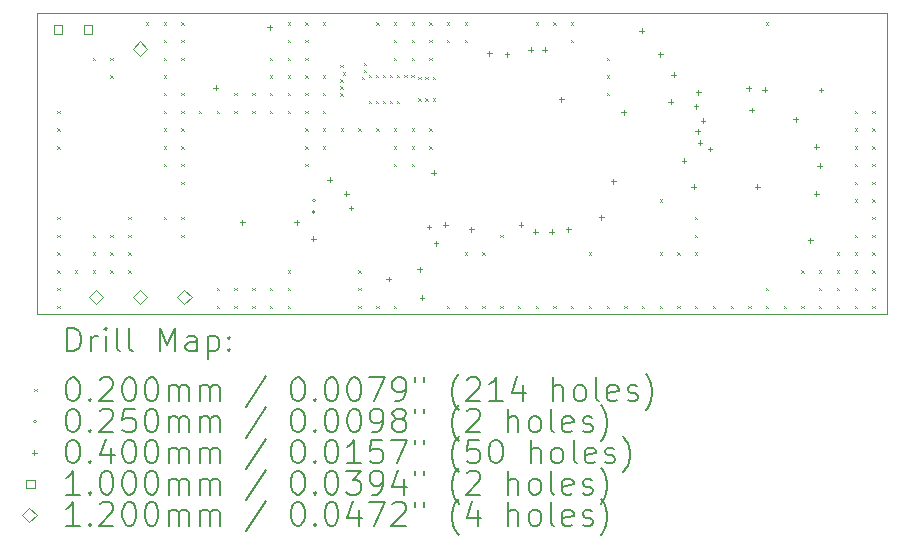
<source format=gbr>
%TF.GenerationSoftware,KiCad,Pcbnew,8.0.5*%
%TF.CreationDate,2024-09-13T15:02:44+03:00*%
%TF.ProjectId,LEXI-R422,4c455849-2d52-4343-9232-2e6b69636164,rev?*%
%TF.SameCoordinates,Original*%
%TF.FileFunction,Drillmap*%
%TF.FilePolarity,Positive*%
%FSLAX45Y45*%
G04 Gerber Fmt 4.5, Leading zero omitted, Abs format (unit mm)*
G04 Created by KiCad (PCBNEW 8.0.5) date 2024-09-13 15:02:44*
%MOMM*%
%LPD*%
G01*
G04 APERTURE LIST*
%ADD10C,0.050000*%
%ADD11C,0.200000*%
%ADD12C,0.100000*%
%ADD13C,0.120000*%
G04 APERTURE END LIST*
D10*
X7500000Y-300000D02*
X300000Y-300000D01*
X300000Y2250000D02*
X300000Y-300000D01*
X7500000Y-300000D02*
X7500000Y2250000D01*
X7500000Y2250000D02*
X300000Y2250000D01*
D11*
D12*
X473300Y1423634D02*
X493300Y1403634D01*
X493300Y1423634D02*
X473300Y1403634D01*
X473300Y1273634D02*
X493300Y1253634D01*
X493300Y1273634D02*
X473300Y1253634D01*
X473300Y1123634D02*
X493300Y1103634D01*
X493300Y1123634D02*
X473300Y1103634D01*
X473300Y523634D02*
X493300Y503634D01*
X493300Y523634D02*
X473300Y503634D01*
X473300Y373634D02*
X493300Y353634D01*
X493300Y373634D02*
X473300Y353634D01*
X473300Y223634D02*
X493300Y203634D01*
X493300Y223634D02*
X473300Y203634D01*
X473300Y73634D02*
X493300Y53634D01*
X493300Y73634D02*
X473300Y53634D01*
X473300Y-76366D02*
X493300Y-96366D01*
X493300Y-76366D02*
X473300Y-96366D01*
X473300Y-226366D02*
X493300Y-246366D01*
X493300Y-226366D02*
X473300Y-246366D01*
X623300Y73634D02*
X643300Y53634D01*
X643300Y73634D02*
X623300Y53634D01*
X773300Y1873634D02*
X793300Y1853634D01*
X793300Y1873634D02*
X773300Y1853634D01*
X773300Y373634D02*
X793300Y353634D01*
X793300Y373634D02*
X773300Y353634D01*
X773300Y223634D02*
X793300Y203634D01*
X793300Y223634D02*
X773300Y203634D01*
X773300Y73634D02*
X793300Y53634D01*
X793300Y73634D02*
X773300Y53634D01*
X923300Y1873634D02*
X943300Y1853634D01*
X943300Y1873634D02*
X923300Y1853634D01*
X923300Y1723634D02*
X943300Y1703634D01*
X943300Y1723634D02*
X923300Y1703634D01*
X923300Y373634D02*
X943300Y353634D01*
X943300Y373634D02*
X923300Y353634D01*
X923300Y223634D02*
X943300Y203634D01*
X943300Y223634D02*
X923300Y203634D01*
X923300Y73634D02*
X943300Y53634D01*
X943300Y73634D02*
X923300Y53634D01*
X1073300Y523634D02*
X1093300Y503634D01*
X1093300Y523634D02*
X1073300Y503634D01*
X1073300Y373634D02*
X1093300Y353634D01*
X1093300Y373634D02*
X1073300Y353634D01*
X1073300Y223634D02*
X1093300Y203634D01*
X1093300Y223634D02*
X1073300Y203634D01*
X1073300Y73634D02*
X1093300Y53634D01*
X1093300Y73634D02*
X1073300Y53634D01*
X1223300Y2173634D02*
X1243300Y2153634D01*
X1243300Y2173634D02*
X1223300Y2153634D01*
X1373300Y2173634D02*
X1393300Y2153634D01*
X1393300Y2173634D02*
X1373300Y2153634D01*
X1373300Y2023634D02*
X1393300Y2003634D01*
X1393300Y2023634D02*
X1373300Y2003634D01*
X1373300Y1873634D02*
X1393300Y1853634D01*
X1393300Y1873634D02*
X1373300Y1853634D01*
X1373300Y1723634D02*
X1393300Y1703634D01*
X1393300Y1723634D02*
X1373300Y1703634D01*
X1373300Y1573634D02*
X1393300Y1553634D01*
X1393300Y1573634D02*
X1373300Y1553634D01*
X1373300Y1423634D02*
X1393300Y1403634D01*
X1393300Y1423634D02*
X1373300Y1403634D01*
X1373300Y1273634D02*
X1393300Y1253634D01*
X1393300Y1273634D02*
X1373300Y1253634D01*
X1373300Y1123634D02*
X1393300Y1103634D01*
X1393300Y1123634D02*
X1373300Y1103634D01*
X1373300Y973634D02*
X1393300Y953634D01*
X1393300Y973634D02*
X1373300Y953634D01*
X1373300Y523634D02*
X1393300Y503634D01*
X1393300Y523634D02*
X1373300Y503634D01*
X1523300Y2173634D02*
X1543300Y2153634D01*
X1543300Y2173634D02*
X1523300Y2153634D01*
X1523300Y2023634D02*
X1543300Y2003634D01*
X1543300Y2023634D02*
X1523300Y2003634D01*
X1523300Y1873634D02*
X1543300Y1853634D01*
X1543300Y1873634D02*
X1523300Y1853634D01*
X1523300Y1573634D02*
X1543300Y1553634D01*
X1543300Y1573634D02*
X1523300Y1553634D01*
X1523300Y1423634D02*
X1543300Y1403634D01*
X1543300Y1423634D02*
X1523300Y1403634D01*
X1523300Y1273634D02*
X1543300Y1253634D01*
X1543300Y1273634D02*
X1523300Y1253634D01*
X1523300Y1123634D02*
X1543300Y1103634D01*
X1543300Y1123634D02*
X1523300Y1103634D01*
X1523300Y973634D02*
X1543300Y953634D01*
X1543300Y973634D02*
X1523300Y953634D01*
X1523300Y823634D02*
X1543300Y803634D01*
X1543300Y823634D02*
X1523300Y803634D01*
X1523300Y523634D02*
X1543300Y503634D01*
X1543300Y523634D02*
X1523300Y503634D01*
X1523300Y373634D02*
X1543300Y353634D01*
X1543300Y373634D02*
X1523300Y353634D01*
X1673300Y1423634D02*
X1693300Y1403634D01*
X1693300Y1423634D02*
X1673300Y1403634D01*
X1823300Y1423634D02*
X1843300Y1403634D01*
X1843300Y1423634D02*
X1823300Y1403634D01*
X1823300Y-76366D02*
X1843300Y-96366D01*
X1843300Y-76366D02*
X1823300Y-96366D01*
X1823300Y-226366D02*
X1843300Y-246366D01*
X1843300Y-226366D02*
X1823300Y-246366D01*
X1973300Y1573634D02*
X1993300Y1553634D01*
X1993300Y1573634D02*
X1973300Y1553634D01*
X1973300Y1423634D02*
X1993300Y1403634D01*
X1993300Y1423634D02*
X1973300Y1403634D01*
X1973300Y-76366D02*
X1993300Y-96366D01*
X1993300Y-76366D02*
X1973300Y-96366D01*
X1973300Y-226366D02*
X1993300Y-246366D01*
X1993300Y-226366D02*
X1973300Y-246366D01*
X2123300Y1573634D02*
X2143300Y1553634D01*
X2143300Y1573634D02*
X2123300Y1553634D01*
X2123300Y1423634D02*
X2143300Y1403634D01*
X2143300Y1423634D02*
X2123300Y1403634D01*
X2123300Y-76366D02*
X2143300Y-96366D01*
X2143300Y-76366D02*
X2123300Y-96366D01*
X2123300Y-226366D02*
X2143300Y-246366D01*
X2143300Y-226366D02*
X2123300Y-246366D01*
X2273300Y1873634D02*
X2293300Y1853634D01*
X2293300Y1873634D02*
X2273300Y1853634D01*
X2273300Y1723634D02*
X2293300Y1703634D01*
X2293300Y1723634D02*
X2273300Y1703634D01*
X2273300Y1573634D02*
X2293300Y1553634D01*
X2293300Y1573634D02*
X2273300Y1553634D01*
X2273300Y1423634D02*
X2293300Y1403634D01*
X2293300Y1423634D02*
X2273300Y1403634D01*
X2273300Y-76366D02*
X2293300Y-96366D01*
X2293300Y-76366D02*
X2273300Y-96366D01*
X2273300Y-226366D02*
X2293300Y-246366D01*
X2293300Y-226366D02*
X2273300Y-246366D01*
X2423300Y2173634D02*
X2443300Y2153634D01*
X2443300Y2173634D02*
X2423300Y2153634D01*
X2423300Y2023634D02*
X2443300Y2003634D01*
X2443300Y2023634D02*
X2423300Y2003634D01*
X2423300Y1873634D02*
X2443300Y1853634D01*
X2443300Y1873634D02*
X2423300Y1853634D01*
X2423300Y1723634D02*
X2443300Y1703634D01*
X2443300Y1723634D02*
X2423300Y1703634D01*
X2423300Y1573634D02*
X2443300Y1553634D01*
X2443300Y1573634D02*
X2423300Y1553634D01*
X2423300Y1423634D02*
X2443300Y1403634D01*
X2443300Y1423634D02*
X2423300Y1403634D01*
X2423300Y73634D02*
X2443300Y53634D01*
X2443300Y73634D02*
X2423300Y53634D01*
X2423300Y-76366D02*
X2443300Y-96366D01*
X2443300Y-76366D02*
X2423300Y-96366D01*
X2423300Y-226366D02*
X2443300Y-246366D01*
X2443300Y-226366D02*
X2423300Y-246366D01*
X2573300Y2173634D02*
X2593300Y2153634D01*
X2593300Y2173634D02*
X2573300Y2153634D01*
X2573300Y2023634D02*
X2593300Y2003634D01*
X2593300Y2023634D02*
X2573300Y2003634D01*
X2573300Y1873634D02*
X2593300Y1853634D01*
X2593300Y1873634D02*
X2573300Y1853634D01*
X2573300Y1723634D02*
X2593300Y1703634D01*
X2593300Y1723634D02*
X2573300Y1703634D01*
X2573300Y1573634D02*
X2593300Y1553634D01*
X2593300Y1573634D02*
X2573300Y1553634D01*
X2573300Y1423634D02*
X2593300Y1403634D01*
X2593300Y1423634D02*
X2573300Y1403634D01*
X2573300Y1273634D02*
X2593300Y1253634D01*
X2593300Y1273634D02*
X2573300Y1253634D01*
X2573300Y1123634D02*
X2593300Y1103634D01*
X2593300Y1123634D02*
X2573300Y1103634D01*
X2573300Y973634D02*
X2593300Y953634D01*
X2593300Y973634D02*
X2573300Y953634D01*
X2723300Y2173634D02*
X2743300Y2153634D01*
X2743300Y2173634D02*
X2723300Y2153634D01*
X2723300Y1723634D02*
X2743300Y1703634D01*
X2743300Y1723634D02*
X2723300Y1703634D01*
X2723300Y1573634D02*
X2743300Y1553634D01*
X2743300Y1573634D02*
X2723300Y1553634D01*
X2723300Y1423634D02*
X2743300Y1403634D01*
X2743300Y1423634D02*
X2723300Y1403634D01*
X2723300Y1273634D02*
X2743300Y1253634D01*
X2743300Y1273634D02*
X2723300Y1253634D01*
X2723300Y1123634D02*
X2743300Y1103634D01*
X2743300Y1123634D02*
X2723300Y1103634D01*
X2870000Y1810000D02*
X2890000Y1790000D01*
X2890000Y1810000D02*
X2870000Y1790000D01*
X2870000Y1690000D02*
X2890000Y1670000D01*
X2890000Y1690000D02*
X2870000Y1670000D01*
X2870000Y1630000D02*
X2890000Y1610000D01*
X2890000Y1630000D02*
X2870000Y1610000D01*
X2870000Y1570000D02*
X2890000Y1550000D01*
X2890000Y1570000D02*
X2870000Y1550000D01*
X2873300Y1273634D02*
X2893300Y1253634D01*
X2893300Y1273634D02*
X2873300Y1253634D01*
X2890000Y1750000D02*
X2910000Y1730000D01*
X2910000Y1750000D02*
X2890000Y1730000D01*
X3023300Y1273634D02*
X3043300Y1253634D01*
X3043300Y1273634D02*
X3023300Y1253634D01*
X3023300Y73634D02*
X3043300Y53634D01*
X3043300Y73634D02*
X3023300Y53634D01*
X3023300Y-76366D02*
X3043300Y-96366D01*
X3043300Y-76366D02*
X3023300Y-96366D01*
X3023300Y-226366D02*
X3043300Y-246366D01*
X3043300Y-226366D02*
X3023300Y-246366D01*
X3050000Y1710000D02*
X3070000Y1690000D01*
X3070000Y1710000D02*
X3050000Y1690000D01*
X3070000Y1830000D02*
X3090000Y1810000D01*
X3090000Y1830000D02*
X3070000Y1810000D01*
X3070000Y1770000D02*
X3090000Y1750000D01*
X3090000Y1770000D02*
X3070000Y1750000D01*
X3110000Y1730000D02*
X3130000Y1710000D01*
X3130000Y1730000D02*
X3110000Y1710000D01*
X3110000Y1510000D02*
X3130000Y1490000D01*
X3130000Y1510000D02*
X3110000Y1490000D01*
X3170000Y1730000D02*
X3190000Y1710000D01*
X3190000Y1730000D02*
X3170000Y1710000D01*
X3170000Y1510000D02*
X3190000Y1490000D01*
X3190000Y1510000D02*
X3170000Y1490000D01*
X3173300Y2173634D02*
X3193300Y2153634D01*
X3193300Y2173634D02*
X3173300Y2153634D01*
X3173300Y1273634D02*
X3193300Y1253634D01*
X3193300Y1273634D02*
X3173300Y1253634D01*
X3173300Y-226366D02*
X3193300Y-246366D01*
X3193300Y-226366D02*
X3173300Y-246366D01*
X3230000Y1730000D02*
X3250000Y1710000D01*
X3250000Y1730000D02*
X3230000Y1710000D01*
X3230000Y1510000D02*
X3250000Y1490000D01*
X3250000Y1510000D02*
X3230000Y1490000D01*
X3290000Y1730000D02*
X3310000Y1710000D01*
X3310000Y1730000D02*
X3290000Y1710000D01*
X3290000Y1510000D02*
X3310000Y1490000D01*
X3310000Y1510000D02*
X3290000Y1490000D01*
X3323300Y2173634D02*
X3343300Y2153634D01*
X3343300Y2173634D02*
X3323300Y2153634D01*
X3323300Y2023634D02*
X3343300Y2003634D01*
X3343300Y2023634D02*
X3323300Y2003634D01*
X3323300Y1873634D02*
X3343300Y1853634D01*
X3343300Y1873634D02*
X3323300Y1853634D01*
X3323300Y1273634D02*
X3343300Y1253634D01*
X3343300Y1273634D02*
X3323300Y1253634D01*
X3323300Y1123634D02*
X3343300Y1103634D01*
X3343300Y1123634D02*
X3323300Y1103634D01*
X3323300Y973634D02*
X3343300Y953634D01*
X3343300Y973634D02*
X3323300Y953634D01*
X3323300Y-226366D02*
X3343300Y-246366D01*
X3343300Y-226366D02*
X3323300Y-246366D01*
X3350000Y1730000D02*
X3370000Y1710000D01*
X3370000Y1730000D02*
X3350000Y1710000D01*
X3350000Y1510000D02*
X3370000Y1490000D01*
X3370000Y1510000D02*
X3350000Y1490000D01*
X3410000Y1730000D02*
X3430000Y1710000D01*
X3430000Y1730000D02*
X3410000Y1710000D01*
X3470000Y1730000D02*
X3490000Y1710000D01*
X3490000Y1730000D02*
X3470000Y1710000D01*
X3473300Y2173634D02*
X3493300Y2153634D01*
X3493300Y2173634D02*
X3473300Y2153634D01*
X3473300Y2023634D02*
X3493300Y2003634D01*
X3493300Y2023634D02*
X3473300Y2003634D01*
X3473300Y1873634D02*
X3493300Y1853634D01*
X3493300Y1873634D02*
X3473300Y1853634D01*
X3473300Y1273634D02*
X3493300Y1253634D01*
X3493300Y1273634D02*
X3473300Y1253634D01*
X3473300Y1123634D02*
X3493300Y1103634D01*
X3493300Y1123634D02*
X3473300Y1103634D01*
X3473300Y973634D02*
X3493300Y953634D01*
X3493300Y973634D02*
X3473300Y953634D01*
X3530000Y1710000D02*
X3550000Y1690000D01*
X3550000Y1710000D02*
X3530000Y1690000D01*
X3530000Y1530000D02*
X3550000Y1510000D01*
X3550000Y1530000D02*
X3530000Y1510000D01*
X3590000Y1710000D02*
X3610000Y1690000D01*
X3610000Y1710000D02*
X3590000Y1690000D01*
X3590000Y1530000D02*
X3610000Y1510000D01*
X3610000Y1530000D02*
X3590000Y1510000D01*
X3623300Y2173634D02*
X3643300Y2153634D01*
X3643300Y2173634D02*
X3623300Y2153634D01*
X3623300Y2023634D02*
X3643300Y2003634D01*
X3643300Y2023634D02*
X3623300Y2003634D01*
X3623300Y1873634D02*
X3643300Y1853634D01*
X3643300Y1873634D02*
X3623300Y1853634D01*
X3623300Y1273634D02*
X3643300Y1253634D01*
X3643300Y1273634D02*
X3623300Y1253634D01*
X3623300Y1123634D02*
X3643300Y1103634D01*
X3643300Y1123634D02*
X3623300Y1103634D01*
X3650000Y1710000D02*
X3670000Y1690000D01*
X3670000Y1710000D02*
X3650000Y1690000D01*
X3650000Y1530000D02*
X3670000Y1510000D01*
X3670000Y1530000D02*
X3650000Y1510000D01*
X3773300Y2173634D02*
X3793300Y2153634D01*
X3793300Y2173634D02*
X3773300Y2153634D01*
X3773300Y2023634D02*
X3793300Y2003634D01*
X3793300Y2023634D02*
X3773300Y2003634D01*
X3773300Y-226366D02*
X3793300Y-246366D01*
X3793300Y-226366D02*
X3773300Y-246366D01*
X3923300Y2173634D02*
X3943300Y2153634D01*
X3943300Y2173634D02*
X3923300Y2153634D01*
X3923300Y2023634D02*
X3943300Y2003634D01*
X3943300Y2023634D02*
X3923300Y2003634D01*
X3923300Y223634D02*
X3943300Y203634D01*
X3943300Y223634D02*
X3923300Y203634D01*
X3923300Y-226366D02*
X3943300Y-246366D01*
X3943300Y-226366D02*
X3923300Y-246366D01*
X4073300Y223634D02*
X4093300Y203634D01*
X4093300Y223634D02*
X4073300Y203634D01*
X4073300Y-226366D02*
X4093300Y-246366D01*
X4093300Y-226366D02*
X4073300Y-246366D01*
X4223300Y373634D02*
X4243300Y353634D01*
X4243300Y373634D02*
X4223300Y353634D01*
X4223300Y-226366D02*
X4243300Y-246366D01*
X4243300Y-226366D02*
X4223300Y-246366D01*
X4373300Y-226366D02*
X4393300Y-246366D01*
X4393300Y-226366D02*
X4373300Y-246366D01*
X4523300Y2173634D02*
X4543300Y2153634D01*
X4543300Y2173634D02*
X4523300Y2153634D01*
X4523300Y-226366D02*
X4543300Y-246366D01*
X4543300Y-226366D02*
X4523300Y-246366D01*
X4673300Y2173634D02*
X4693300Y2153634D01*
X4693300Y2173634D02*
X4673300Y2153634D01*
X4673300Y-226366D02*
X4693300Y-246366D01*
X4693300Y-226366D02*
X4673300Y-246366D01*
X4823300Y2173634D02*
X4843300Y2153634D01*
X4843300Y2173634D02*
X4823300Y2153634D01*
X4823300Y2023634D02*
X4843300Y2003634D01*
X4843300Y2023634D02*
X4823300Y2003634D01*
X4823300Y-226366D02*
X4843300Y-246366D01*
X4843300Y-226366D02*
X4823300Y-246366D01*
X4973300Y223634D02*
X4993300Y203634D01*
X4993300Y223634D02*
X4973300Y203634D01*
X4973300Y-226366D02*
X4993300Y-246366D01*
X4993300Y-226366D02*
X4973300Y-246366D01*
X5123300Y1873634D02*
X5143300Y1853634D01*
X5143300Y1873634D02*
X5123300Y1853634D01*
X5123300Y1723634D02*
X5143300Y1703634D01*
X5143300Y1723634D02*
X5123300Y1703634D01*
X5123300Y1573634D02*
X5143300Y1553634D01*
X5143300Y1573634D02*
X5123300Y1553634D01*
X5123300Y-226366D02*
X5143300Y-246366D01*
X5143300Y-226366D02*
X5123300Y-246366D01*
X5273300Y-226366D02*
X5293300Y-246366D01*
X5293300Y-226366D02*
X5273300Y-246366D01*
X5423300Y-226366D02*
X5443300Y-246366D01*
X5443300Y-226366D02*
X5423300Y-246366D01*
X5573300Y673634D02*
X5593300Y653634D01*
X5593300Y673634D02*
X5573300Y653634D01*
X5573300Y223634D02*
X5593300Y203634D01*
X5593300Y223634D02*
X5573300Y203634D01*
X5573300Y-226366D02*
X5593300Y-246366D01*
X5593300Y-226366D02*
X5573300Y-246366D01*
X5723300Y223634D02*
X5743300Y203634D01*
X5743300Y223634D02*
X5723300Y203634D01*
X5723300Y-226366D02*
X5743300Y-246366D01*
X5743300Y-226366D02*
X5723300Y-246366D01*
X5873300Y523634D02*
X5893300Y503634D01*
X5893300Y523634D02*
X5873300Y503634D01*
X5873300Y373634D02*
X5893300Y353634D01*
X5893300Y373634D02*
X5873300Y353634D01*
X5873300Y223634D02*
X5893300Y203634D01*
X5893300Y223634D02*
X5873300Y203634D01*
X5873300Y-226366D02*
X5893300Y-246366D01*
X5893300Y-226366D02*
X5873300Y-246366D01*
X6023300Y-226366D02*
X6043300Y-246366D01*
X6043300Y-226366D02*
X6023300Y-246366D01*
X6173300Y-226366D02*
X6193300Y-246366D01*
X6193300Y-226366D02*
X6173300Y-246366D01*
X6323300Y-226366D02*
X6343300Y-246366D01*
X6343300Y-226366D02*
X6323300Y-246366D01*
X6473300Y2173634D02*
X6493300Y2153634D01*
X6493300Y2173634D02*
X6473300Y2153634D01*
X6473300Y-76366D02*
X6493300Y-96366D01*
X6493300Y-76366D02*
X6473300Y-96366D01*
X6473300Y-226366D02*
X6493300Y-246366D01*
X6493300Y-226366D02*
X6473300Y-246366D01*
X6623300Y-226366D02*
X6643300Y-246366D01*
X6643300Y-226366D02*
X6623300Y-246366D01*
X6773300Y73634D02*
X6793300Y53634D01*
X6793300Y73634D02*
X6773300Y53634D01*
X6773300Y-226366D02*
X6793300Y-246366D01*
X6793300Y-226366D02*
X6773300Y-246366D01*
X6923300Y73634D02*
X6943300Y53634D01*
X6943300Y73634D02*
X6923300Y53634D01*
X6923300Y-76366D02*
X6943300Y-96366D01*
X6943300Y-76366D02*
X6923300Y-96366D01*
X6923300Y-226366D02*
X6943300Y-246366D01*
X6943300Y-226366D02*
X6923300Y-246366D01*
X7073300Y223634D02*
X7093300Y203634D01*
X7093300Y223634D02*
X7073300Y203634D01*
X7073300Y73634D02*
X7093300Y53634D01*
X7093300Y73634D02*
X7073300Y53634D01*
X7073300Y-76366D02*
X7093300Y-96366D01*
X7093300Y-76366D02*
X7073300Y-96366D01*
X7073300Y-226366D02*
X7093300Y-246366D01*
X7093300Y-226366D02*
X7073300Y-246366D01*
X7223300Y1423634D02*
X7243300Y1403634D01*
X7243300Y1423634D02*
X7223300Y1403634D01*
X7223300Y1273634D02*
X7243300Y1253634D01*
X7243300Y1273634D02*
X7223300Y1253634D01*
X7223300Y1123634D02*
X7243300Y1103634D01*
X7243300Y1123634D02*
X7223300Y1103634D01*
X7223300Y973634D02*
X7243300Y953634D01*
X7243300Y973634D02*
X7223300Y953634D01*
X7223300Y823634D02*
X7243300Y803634D01*
X7243300Y823634D02*
X7223300Y803634D01*
X7223300Y673634D02*
X7243300Y653634D01*
X7243300Y673634D02*
X7223300Y653634D01*
X7223300Y373634D02*
X7243300Y353634D01*
X7243300Y373634D02*
X7223300Y353634D01*
X7223300Y223634D02*
X7243300Y203634D01*
X7243300Y223634D02*
X7223300Y203634D01*
X7223300Y73634D02*
X7243300Y53634D01*
X7243300Y73634D02*
X7223300Y53634D01*
X7223300Y-76366D02*
X7243300Y-96366D01*
X7243300Y-76366D02*
X7223300Y-96366D01*
X7223300Y-226366D02*
X7243300Y-246366D01*
X7243300Y-226366D02*
X7223300Y-246366D01*
X7373300Y1423634D02*
X7393300Y1403634D01*
X7393300Y1423634D02*
X7373300Y1403634D01*
X7373300Y1273634D02*
X7393300Y1253634D01*
X7393300Y1273634D02*
X7373300Y1253634D01*
X7373300Y1123634D02*
X7393300Y1103634D01*
X7393300Y1123634D02*
X7373300Y1103634D01*
X7373300Y973634D02*
X7393300Y953634D01*
X7393300Y973634D02*
X7373300Y953634D01*
X7373300Y823634D02*
X7393300Y803634D01*
X7393300Y823634D02*
X7373300Y803634D01*
X7373300Y673634D02*
X7393300Y653634D01*
X7393300Y673634D02*
X7373300Y653634D01*
X7373300Y523634D02*
X7393300Y503634D01*
X7393300Y523634D02*
X7373300Y503634D01*
X7373300Y373634D02*
X7393300Y353634D01*
X7393300Y373634D02*
X7373300Y353634D01*
X7373300Y223634D02*
X7393300Y203634D01*
X7393300Y223634D02*
X7373300Y203634D01*
X7373300Y73634D02*
X7393300Y53634D01*
X7393300Y73634D02*
X7373300Y53634D01*
X7373300Y-76366D02*
X7393300Y-96366D01*
X7393300Y-76366D02*
X7373300Y-96366D01*
X7373300Y-226366D02*
X7393300Y-246366D01*
X7393300Y-226366D02*
X7373300Y-246366D01*
X2657500Y665000D02*
G75*
G02*
X2632500Y665000I-12500J0D01*
G01*
X2632500Y665000D02*
G75*
G02*
X2657500Y665000I12500J0D01*
G01*
X2657500Y565000D02*
G75*
G02*
X2632500Y565000I-12500J0D01*
G01*
X2632500Y565000D02*
G75*
G02*
X2657500Y565000I12500J0D01*
G01*
X1813560Y1637980D02*
X1813560Y1597980D01*
X1793560Y1617980D02*
X1833560Y1617980D01*
X2040000Y500000D02*
X2040000Y460000D01*
X2020000Y480000D02*
X2060000Y480000D01*
X2270760Y2148520D02*
X2270760Y2108520D01*
X2250760Y2128520D02*
X2290760Y2128520D01*
X2500000Y500000D02*
X2500000Y460000D01*
X2480000Y480000D02*
X2520000Y480000D01*
X2640000Y360000D02*
X2640000Y320000D01*
X2620000Y340000D02*
X2660000Y340000D01*
X2780000Y860000D02*
X2780000Y820000D01*
X2760000Y840000D02*
X2800000Y840000D01*
X2920000Y740000D02*
X2920000Y700000D01*
X2900000Y720000D02*
X2940000Y720000D01*
X2960000Y620000D02*
X2960000Y580000D01*
X2940000Y600000D02*
X2980000Y600000D01*
X3280000Y20000D02*
X3280000Y-20000D01*
X3260000Y0D02*
X3300000Y0D01*
X3540000Y100000D02*
X3540000Y60000D01*
X3520000Y80000D02*
X3560000Y80000D01*
X3560000Y-140000D02*
X3560000Y-180000D01*
X3540000Y-160000D02*
X3580000Y-160000D01*
X3620000Y460000D02*
X3620000Y420000D01*
X3600000Y440000D02*
X3640000Y440000D01*
X3660000Y920000D02*
X3660000Y880000D01*
X3640000Y900000D02*
X3680000Y900000D01*
X3680000Y320000D02*
X3680000Y280000D01*
X3660000Y300000D02*
X3700000Y300000D01*
X3760000Y480000D02*
X3760000Y440000D01*
X3740000Y460000D02*
X3780000Y460000D01*
X3980000Y440000D02*
X3980000Y400000D01*
X3960000Y420000D02*
X4000000Y420000D01*
X4130000Y1930000D02*
X4130000Y1890000D01*
X4110000Y1910000D02*
X4150000Y1910000D01*
X4280000Y1920000D02*
X4280000Y1880000D01*
X4260000Y1900000D02*
X4300000Y1900000D01*
X4400000Y480000D02*
X4400000Y440000D01*
X4380000Y460000D02*
X4420000Y460000D01*
X4480000Y1960000D02*
X4480000Y1920000D01*
X4460000Y1940000D02*
X4500000Y1940000D01*
X4520000Y420000D02*
X4520000Y380000D01*
X4500000Y400000D02*
X4540000Y400000D01*
X4600000Y1960000D02*
X4600000Y1920000D01*
X4580000Y1940000D02*
X4620000Y1940000D01*
X4660000Y420000D02*
X4660000Y380000D01*
X4640000Y400000D02*
X4680000Y400000D01*
X4740000Y1540000D02*
X4740000Y1500000D01*
X4720000Y1520000D02*
X4760000Y1520000D01*
X4800000Y440000D02*
X4800000Y400000D01*
X4780000Y420000D02*
X4820000Y420000D01*
X5080000Y540000D02*
X5080000Y500000D01*
X5060000Y520000D02*
X5100000Y520000D01*
X5180000Y847500D02*
X5180000Y807500D01*
X5160000Y827500D02*
X5200000Y827500D01*
X5267500Y1430000D02*
X5267500Y1390000D01*
X5247500Y1410000D02*
X5287500Y1410000D01*
X5420000Y2120000D02*
X5420000Y2080000D01*
X5400000Y2100000D02*
X5440000Y2100000D01*
X5580000Y1920000D02*
X5580000Y1880000D01*
X5560000Y1900000D02*
X5600000Y1900000D01*
X5667500Y1520000D02*
X5667500Y1480000D01*
X5647500Y1500000D02*
X5687500Y1500000D01*
X5692000Y1748000D02*
X5692000Y1708000D01*
X5672000Y1728000D02*
X5712000Y1728000D01*
X5780000Y1020000D02*
X5780000Y980000D01*
X5760000Y1000000D02*
X5800000Y1000000D01*
X5860000Y800000D02*
X5860000Y760000D01*
X5840000Y780000D02*
X5880000Y780000D01*
X5880000Y1480000D02*
X5880000Y1440000D01*
X5860000Y1460000D02*
X5900000Y1460000D01*
X5895278Y1270557D02*
X5895278Y1230557D01*
X5875278Y1250557D02*
X5915278Y1250557D01*
X5900000Y1600000D02*
X5900000Y1560000D01*
X5880000Y1580000D02*
X5920000Y1580000D01*
X5914889Y1172499D02*
X5914889Y1132499D01*
X5894889Y1152499D02*
X5934889Y1152499D01*
X5940000Y1360000D02*
X5940000Y1320000D01*
X5920000Y1340000D02*
X5960000Y1340000D01*
X6000000Y1120000D02*
X6000000Y1080000D01*
X5980000Y1100000D02*
X6020000Y1100000D01*
X6327500Y1632500D02*
X6327500Y1592500D01*
X6307500Y1612500D02*
X6347500Y1612500D01*
X6352500Y1450000D02*
X6352500Y1410000D01*
X6332500Y1430000D02*
X6372500Y1430000D01*
X6400216Y799676D02*
X6400216Y759676D01*
X6380216Y779676D02*
X6420216Y779676D01*
X6462500Y1622500D02*
X6462500Y1582500D01*
X6442500Y1602500D02*
X6482500Y1602500D01*
X6725000Y1370000D02*
X6725000Y1330000D01*
X6705000Y1350000D02*
X6745000Y1350000D01*
X6850000Y347500D02*
X6850000Y307500D01*
X6830000Y327500D02*
X6870000Y327500D01*
X6900000Y1140000D02*
X6900000Y1100000D01*
X6880000Y1120000D02*
X6920000Y1120000D01*
X6900000Y740000D02*
X6900000Y700000D01*
X6880000Y720000D02*
X6920000Y720000D01*
X6927500Y980000D02*
X6927500Y940000D01*
X6907500Y960000D02*
X6947500Y960000D01*
X6940000Y1620000D02*
X6940000Y1580000D01*
X6920000Y1600000D02*
X6960000Y1600000D01*
X515356Y2074644D02*
X515356Y2145356D01*
X444644Y2145356D01*
X444644Y2074644D01*
X515356Y2074644D01*
X769356Y2074644D02*
X769356Y2145356D01*
X698644Y2145356D01*
X698644Y2074644D01*
X769356Y2074644D01*
D13*
X800000Y-210000D02*
X860000Y-150000D01*
X800000Y-90000D01*
X740000Y-150000D01*
X800000Y-210000D01*
X1175000Y1890000D02*
X1235000Y1950000D01*
X1175000Y2010000D01*
X1115000Y1950000D01*
X1175000Y1890000D01*
X1175000Y-210000D02*
X1235000Y-150000D01*
X1175000Y-90000D01*
X1115000Y-150000D01*
X1175000Y-210000D01*
X1550000Y-210000D02*
X1610000Y-150000D01*
X1550000Y-90000D01*
X1490000Y-150000D01*
X1550000Y-210000D01*
D11*
X558277Y-613984D02*
X558277Y-413984D01*
X558277Y-413984D02*
X605896Y-413984D01*
X605896Y-413984D02*
X634467Y-423508D01*
X634467Y-423508D02*
X653515Y-442555D01*
X653515Y-442555D02*
X663039Y-461603D01*
X663039Y-461603D02*
X672563Y-499698D01*
X672563Y-499698D02*
X672563Y-528270D01*
X672563Y-528270D02*
X663039Y-566365D01*
X663039Y-566365D02*
X653515Y-585412D01*
X653515Y-585412D02*
X634467Y-604460D01*
X634467Y-604460D02*
X605896Y-613984D01*
X605896Y-613984D02*
X558277Y-613984D01*
X758277Y-613984D02*
X758277Y-480650D01*
X758277Y-518746D02*
X767801Y-499698D01*
X767801Y-499698D02*
X777324Y-490174D01*
X777324Y-490174D02*
X796372Y-480650D01*
X796372Y-480650D02*
X815420Y-480650D01*
X882086Y-613984D02*
X882086Y-480650D01*
X882086Y-413984D02*
X872562Y-423508D01*
X872562Y-423508D02*
X882086Y-433031D01*
X882086Y-433031D02*
X891610Y-423508D01*
X891610Y-423508D02*
X882086Y-413984D01*
X882086Y-413984D02*
X882086Y-433031D01*
X1005896Y-613984D02*
X986848Y-604460D01*
X986848Y-604460D02*
X977324Y-585412D01*
X977324Y-585412D02*
X977324Y-413984D01*
X1110658Y-613984D02*
X1091610Y-604460D01*
X1091610Y-604460D02*
X1082086Y-585412D01*
X1082086Y-585412D02*
X1082086Y-413984D01*
X1339229Y-613984D02*
X1339229Y-413984D01*
X1339229Y-413984D02*
X1405896Y-556841D01*
X1405896Y-556841D02*
X1472562Y-413984D01*
X1472562Y-413984D02*
X1472562Y-613984D01*
X1653515Y-613984D02*
X1653515Y-509222D01*
X1653515Y-509222D02*
X1643991Y-490174D01*
X1643991Y-490174D02*
X1624943Y-480650D01*
X1624943Y-480650D02*
X1586848Y-480650D01*
X1586848Y-480650D02*
X1567801Y-490174D01*
X1653515Y-604460D02*
X1634467Y-613984D01*
X1634467Y-613984D02*
X1586848Y-613984D01*
X1586848Y-613984D02*
X1567801Y-604460D01*
X1567801Y-604460D02*
X1558277Y-585412D01*
X1558277Y-585412D02*
X1558277Y-566365D01*
X1558277Y-566365D02*
X1567801Y-547317D01*
X1567801Y-547317D02*
X1586848Y-537793D01*
X1586848Y-537793D02*
X1634467Y-537793D01*
X1634467Y-537793D02*
X1653515Y-528270D01*
X1748753Y-480650D02*
X1748753Y-680650D01*
X1748753Y-490174D02*
X1767801Y-480650D01*
X1767801Y-480650D02*
X1805896Y-480650D01*
X1805896Y-480650D02*
X1824943Y-490174D01*
X1824943Y-490174D02*
X1834467Y-499698D01*
X1834467Y-499698D02*
X1843991Y-518746D01*
X1843991Y-518746D02*
X1843991Y-575889D01*
X1843991Y-575889D02*
X1834467Y-594936D01*
X1834467Y-594936D02*
X1824943Y-604460D01*
X1824943Y-604460D02*
X1805896Y-613984D01*
X1805896Y-613984D02*
X1767801Y-613984D01*
X1767801Y-613984D02*
X1748753Y-604460D01*
X1929705Y-594936D02*
X1939229Y-604460D01*
X1939229Y-604460D02*
X1929705Y-613984D01*
X1929705Y-613984D02*
X1920182Y-604460D01*
X1920182Y-604460D02*
X1929705Y-594936D01*
X1929705Y-594936D02*
X1929705Y-613984D01*
X1929705Y-490174D02*
X1939229Y-499698D01*
X1939229Y-499698D02*
X1929705Y-509222D01*
X1929705Y-509222D02*
X1920182Y-499698D01*
X1920182Y-499698D02*
X1929705Y-490174D01*
X1929705Y-490174D02*
X1929705Y-509222D01*
D12*
X277500Y-932500D02*
X297500Y-952500D01*
X297500Y-932500D02*
X277500Y-952500D01*
D11*
X596372Y-833984D02*
X615420Y-833984D01*
X615420Y-833984D02*
X634467Y-843508D01*
X634467Y-843508D02*
X643991Y-853031D01*
X643991Y-853031D02*
X653515Y-872079D01*
X653515Y-872079D02*
X663039Y-910174D01*
X663039Y-910174D02*
X663039Y-957793D01*
X663039Y-957793D02*
X653515Y-995888D01*
X653515Y-995888D02*
X643991Y-1014936D01*
X643991Y-1014936D02*
X634467Y-1024460D01*
X634467Y-1024460D02*
X615420Y-1033984D01*
X615420Y-1033984D02*
X596372Y-1033984D01*
X596372Y-1033984D02*
X577324Y-1024460D01*
X577324Y-1024460D02*
X567801Y-1014936D01*
X567801Y-1014936D02*
X558277Y-995888D01*
X558277Y-995888D02*
X548753Y-957793D01*
X548753Y-957793D02*
X548753Y-910174D01*
X548753Y-910174D02*
X558277Y-872079D01*
X558277Y-872079D02*
X567801Y-853031D01*
X567801Y-853031D02*
X577324Y-843508D01*
X577324Y-843508D02*
X596372Y-833984D01*
X748753Y-1014936D02*
X758277Y-1024460D01*
X758277Y-1024460D02*
X748753Y-1033984D01*
X748753Y-1033984D02*
X739229Y-1024460D01*
X739229Y-1024460D02*
X748753Y-1014936D01*
X748753Y-1014936D02*
X748753Y-1033984D01*
X834467Y-853031D02*
X843991Y-843508D01*
X843991Y-843508D02*
X863039Y-833984D01*
X863039Y-833984D02*
X910658Y-833984D01*
X910658Y-833984D02*
X929705Y-843508D01*
X929705Y-843508D02*
X939229Y-853031D01*
X939229Y-853031D02*
X948753Y-872079D01*
X948753Y-872079D02*
X948753Y-891127D01*
X948753Y-891127D02*
X939229Y-919698D01*
X939229Y-919698D02*
X824943Y-1033984D01*
X824943Y-1033984D02*
X948753Y-1033984D01*
X1072563Y-833984D02*
X1091610Y-833984D01*
X1091610Y-833984D02*
X1110658Y-843508D01*
X1110658Y-843508D02*
X1120182Y-853031D01*
X1120182Y-853031D02*
X1129705Y-872079D01*
X1129705Y-872079D02*
X1139229Y-910174D01*
X1139229Y-910174D02*
X1139229Y-957793D01*
X1139229Y-957793D02*
X1129705Y-995888D01*
X1129705Y-995888D02*
X1120182Y-1014936D01*
X1120182Y-1014936D02*
X1110658Y-1024460D01*
X1110658Y-1024460D02*
X1091610Y-1033984D01*
X1091610Y-1033984D02*
X1072563Y-1033984D01*
X1072563Y-1033984D02*
X1053515Y-1024460D01*
X1053515Y-1024460D02*
X1043991Y-1014936D01*
X1043991Y-1014936D02*
X1034467Y-995888D01*
X1034467Y-995888D02*
X1024943Y-957793D01*
X1024943Y-957793D02*
X1024943Y-910174D01*
X1024943Y-910174D02*
X1034467Y-872079D01*
X1034467Y-872079D02*
X1043991Y-853031D01*
X1043991Y-853031D02*
X1053515Y-843508D01*
X1053515Y-843508D02*
X1072563Y-833984D01*
X1263039Y-833984D02*
X1282086Y-833984D01*
X1282086Y-833984D02*
X1301134Y-843508D01*
X1301134Y-843508D02*
X1310658Y-853031D01*
X1310658Y-853031D02*
X1320182Y-872079D01*
X1320182Y-872079D02*
X1329705Y-910174D01*
X1329705Y-910174D02*
X1329705Y-957793D01*
X1329705Y-957793D02*
X1320182Y-995888D01*
X1320182Y-995888D02*
X1310658Y-1014936D01*
X1310658Y-1014936D02*
X1301134Y-1024460D01*
X1301134Y-1024460D02*
X1282086Y-1033984D01*
X1282086Y-1033984D02*
X1263039Y-1033984D01*
X1263039Y-1033984D02*
X1243991Y-1024460D01*
X1243991Y-1024460D02*
X1234467Y-1014936D01*
X1234467Y-1014936D02*
X1224944Y-995888D01*
X1224944Y-995888D02*
X1215420Y-957793D01*
X1215420Y-957793D02*
X1215420Y-910174D01*
X1215420Y-910174D02*
X1224944Y-872079D01*
X1224944Y-872079D02*
X1234467Y-853031D01*
X1234467Y-853031D02*
X1243991Y-843508D01*
X1243991Y-843508D02*
X1263039Y-833984D01*
X1415420Y-1033984D02*
X1415420Y-900650D01*
X1415420Y-919698D02*
X1424943Y-910174D01*
X1424943Y-910174D02*
X1443991Y-900650D01*
X1443991Y-900650D02*
X1472563Y-900650D01*
X1472563Y-900650D02*
X1491610Y-910174D01*
X1491610Y-910174D02*
X1501134Y-929222D01*
X1501134Y-929222D02*
X1501134Y-1033984D01*
X1501134Y-929222D02*
X1510658Y-910174D01*
X1510658Y-910174D02*
X1529705Y-900650D01*
X1529705Y-900650D02*
X1558277Y-900650D01*
X1558277Y-900650D02*
X1577324Y-910174D01*
X1577324Y-910174D02*
X1586848Y-929222D01*
X1586848Y-929222D02*
X1586848Y-1033984D01*
X1682086Y-1033984D02*
X1682086Y-900650D01*
X1682086Y-919698D02*
X1691610Y-910174D01*
X1691610Y-910174D02*
X1710658Y-900650D01*
X1710658Y-900650D02*
X1739229Y-900650D01*
X1739229Y-900650D02*
X1758277Y-910174D01*
X1758277Y-910174D02*
X1767801Y-929222D01*
X1767801Y-929222D02*
X1767801Y-1033984D01*
X1767801Y-929222D02*
X1777324Y-910174D01*
X1777324Y-910174D02*
X1796372Y-900650D01*
X1796372Y-900650D02*
X1824943Y-900650D01*
X1824943Y-900650D02*
X1843991Y-910174D01*
X1843991Y-910174D02*
X1853515Y-929222D01*
X1853515Y-929222D02*
X1853515Y-1033984D01*
X2243991Y-824460D02*
X2072563Y-1081603D01*
X2501134Y-833984D02*
X2520182Y-833984D01*
X2520182Y-833984D02*
X2539229Y-843508D01*
X2539229Y-843508D02*
X2548753Y-853031D01*
X2548753Y-853031D02*
X2558277Y-872079D01*
X2558277Y-872079D02*
X2567801Y-910174D01*
X2567801Y-910174D02*
X2567801Y-957793D01*
X2567801Y-957793D02*
X2558277Y-995888D01*
X2558277Y-995888D02*
X2548753Y-1014936D01*
X2548753Y-1014936D02*
X2539229Y-1024460D01*
X2539229Y-1024460D02*
X2520182Y-1033984D01*
X2520182Y-1033984D02*
X2501134Y-1033984D01*
X2501134Y-1033984D02*
X2482087Y-1024460D01*
X2482087Y-1024460D02*
X2472563Y-1014936D01*
X2472563Y-1014936D02*
X2463039Y-995888D01*
X2463039Y-995888D02*
X2453515Y-957793D01*
X2453515Y-957793D02*
X2453515Y-910174D01*
X2453515Y-910174D02*
X2463039Y-872079D01*
X2463039Y-872079D02*
X2472563Y-853031D01*
X2472563Y-853031D02*
X2482087Y-843508D01*
X2482087Y-843508D02*
X2501134Y-833984D01*
X2653515Y-1014936D02*
X2663039Y-1024460D01*
X2663039Y-1024460D02*
X2653515Y-1033984D01*
X2653515Y-1033984D02*
X2643991Y-1024460D01*
X2643991Y-1024460D02*
X2653515Y-1014936D01*
X2653515Y-1014936D02*
X2653515Y-1033984D01*
X2786848Y-833984D02*
X2805896Y-833984D01*
X2805896Y-833984D02*
X2824944Y-843508D01*
X2824944Y-843508D02*
X2834467Y-853031D01*
X2834467Y-853031D02*
X2843991Y-872079D01*
X2843991Y-872079D02*
X2853515Y-910174D01*
X2853515Y-910174D02*
X2853515Y-957793D01*
X2853515Y-957793D02*
X2843991Y-995888D01*
X2843991Y-995888D02*
X2834467Y-1014936D01*
X2834467Y-1014936D02*
X2824944Y-1024460D01*
X2824944Y-1024460D02*
X2805896Y-1033984D01*
X2805896Y-1033984D02*
X2786848Y-1033984D01*
X2786848Y-1033984D02*
X2767801Y-1024460D01*
X2767801Y-1024460D02*
X2758277Y-1014936D01*
X2758277Y-1014936D02*
X2748753Y-995888D01*
X2748753Y-995888D02*
X2739229Y-957793D01*
X2739229Y-957793D02*
X2739229Y-910174D01*
X2739229Y-910174D02*
X2748753Y-872079D01*
X2748753Y-872079D02*
X2758277Y-853031D01*
X2758277Y-853031D02*
X2767801Y-843508D01*
X2767801Y-843508D02*
X2786848Y-833984D01*
X2977325Y-833984D02*
X2996372Y-833984D01*
X2996372Y-833984D02*
X3015420Y-843508D01*
X3015420Y-843508D02*
X3024944Y-853031D01*
X3024944Y-853031D02*
X3034467Y-872079D01*
X3034467Y-872079D02*
X3043991Y-910174D01*
X3043991Y-910174D02*
X3043991Y-957793D01*
X3043991Y-957793D02*
X3034467Y-995888D01*
X3034467Y-995888D02*
X3024944Y-1014936D01*
X3024944Y-1014936D02*
X3015420Y-1024460D01*
X3015420Y-1024460D02*
X2996372Y-1033984D01*
X2996372Y-1033984D02*
X2977325Y-1033984D01*
X2977325Y-1033984D02*
X2958277Y-1024460D01*
X2958277Y-1024460D02*
X2948753Y-1014936D01*
X2948753Y-1014936D02*
X2939229Y-995888D01*
X2939229Y-995888D02*
X2929706Y-957793D01*
X2929706Y-957793D02*
X2929706Y-910174D01*
X2929706Y-910174D02*
X2939229Y-872079D01*
X2939229Y-872079D02*
X2948753Y-853031D01*
X2948753Y-853031D02*
X2958277Y-843508D01*
X2958277Y-843508D02*
X2977325Y-833984D01*
X3110658Y-833984D02*
X3243991Y-833984D01*
X3243991Y-833984D02*
X3158277Y-1033984D01*
X3329706Y-1033984D02*
X3367801Y-1033984D01*
X3367801Y-1033984D02*
X3386848Y-1024460D01*
X3386848Y-1024460D02*
X3396372Y-1014936D01*
X3396372Y-1014936D02*
X3415420Y-986365D01*
X3415420Y-986365D02*
X3424944Y-948269D01*
X3424944Y-948269D02*
X3424944Y-872079D01*
X3424944Y-872079D02*
X3415420Y-853031D01*
X3415420Y-853031D02*
X3405896Y-843508D01*
X3405896Y-843508D02*
X3386848Y-833984D01*
X3386848Y-833984D02*
X3348753Y-833984D01*
X3348753Y-833984D02*
X3329706Y-843508D01*
X3329706Y-843508D02*
X3320182Y-853031D01*
X3320182Y-853031D02*
X3310658Y-872079D01*
X3310658Y-872079D02*
X3310658Y-919698D01*
X3310658Y-919698D02*
X3320182Y-938746D01*
X3320182Y-938746D02*
X3329706Y-948269D01*
X3329706Y-948269D02*
X3348753Y-957793D01*
X3348753Y-957793D02*
X3386848Y-957793D01*
X3386848Y-957793D02*
X3405896Y-948269D01*
X3405896Y-948269D02*
X3415420Y-938746D01*
X3415420Y-938746D02*
X3424944Y-919698D01*
X3501134Y-833984D02*
X3501134Y-872079D01*
X3577325Y-833984D02*
X3577325Y-872079D01*
X3872563Y-1110174D02*
X3863039Y-1100650D01*
X3863039Y-1100650D02*
X3843991Y-1072079D01*
X3843991Y-1072079D02*
X3834468Y-1053031D01*
X3834468Y-1053031D02*
X3824944Y-1024460D01*
X3824944Y-1024460D02*
X3815420Y-976841D01*
X3815420Y-976841D02*
X3815420Y-938746D01*
X3815420Y-938746D02*
X3824944Y-891127D01*
X3824944Y-891127D02*
X3834468Y-862555D01*
X3834468Y-862555D02*
X3843991Y-843508D01*
X3843991Y-843508D02*
X3863039Y-814936D01*
X3863039Y-814936D02*
X3872563Y-805412D01*
X3939229Y-853031D02*
X3948753Y-843508D01*
X3948753Y-843508D02*
X3967801Y-833984D01*
X3967801Y-833984D02*
X4015420Y-833984D01*
X4015420Y-833984D02*
X4034468Y-843508D01*
X4034468Y-843508D02*
X4043991Y-853031D01*
X4043991Y-853031D02*
X4053515Y-872079D01*
X4053515Y-872079D02*
X4053515Y-891127D01*
X4053515Y-891127D02*
X4043991Y-919698D01*
X4043991Y-919698D02*
X3929706Y-1033984D01*
X3929706Y-1033984D02*
X4053515Y-1033984D01*
X4243991Y-1033984D02*
X4129706Y-1033984D01*
X4186848Y-1033984D02*
X4186848Y-833984D01*
X4186848Y-833984D02*
X4167801Y-862555D01*
X4167801Y-862555D02*
X4148753Y-881603D01*
X4148753Y-881603D02*
X4129706Y-891127D01*
X4415420Y-900650D02*
X4415420Y-1033984D01*
X4367801Y-824460D02*
X4320182Y-967317D01*
X4320182Y-967317D02*
X4443991Y-967317D01*
X4672563Y-1033984D02*
X4672563Y-833984D01*
X4758277Y-1033984D02*
X4758277Y-929222D01*
X4758277Y-929222D02*
X4748753Y-910174D01*
X4748753Y-910174D02*
X4729706Y-900650D01*
X4729706Y-900650D02*
X4701134Y-900650D01*
X4701134Y-900650D02*
X4682087Y-910174D01*
X4682087Y-910174D02*
X4672563Y-919698D01*
X4882087Y-1033984D02*
X4863039Y-1024460D01*
X4863039Y-1024460D02*
X4853515Y-1014936D01*
X4853515Y-1014936D02*
X4843992Y-995888D01*
X4843992Y-995888D02*
X4843992Y-938746D01*
X4843992Y-938746D02*
X4853515Y-919698D01*
X4853515Y-919698D02*
X4863039Y-910174D01*
X4863039Y-910174D02*
X4882087Y-900650D01*
X4882087Y-900650D02*
X4910658Y-900650D01*
X4910658Y-900650D02*
X4929706Y-910174D01*
X4929706Y-910174D02*
X4939230Y-919698D01*
X4939230Y-919698D02*
X4948753Y-938746D01*
X4948753Y-938746D02*
X4948753Y-995888D01*
X4948753Y-995888D02*
X4939230Y-1014936D01*
X4939230Y-1014936D02*
X4929706Y-1024460D01*
X4929706Y-1024460D02*
X4910658Y-1033984D01*
X4910658Y-1033984D02*
X4882087Y-1033984D01*
X5063039Y-1033984D02*
X5043992Y-1024460D01*
X5043992Y-1024460D02*
X5034468Y-1005412D01*
X5034468Y-1005412D02*
X5034468Y-833984D01*
X5215420Y-1024460D02*
X5196373Y-1033984D01*
X5196373Y-1033984D02*
X5158277Y-1033984D01*
X5158277Y-1033984D02*
X5139230Y-1024460D01*
X5139230Y-1024460D02*
X5129706Y-1005412D01*
X5129706Y-1005412D02*
X5129706Y-929222D01*
X5129706Y-929222D02*
X5139230Y-910174D01*
X5139230Y-910174D02*
X5158277Y-900650D01*
X5158277Y-900650D02*
X5196373Y-900650D01*
X5196373Y-900650D02*
X5215420Y-910174D01*
X5215420Y-910174D02*
X5224944Y-929222D01*
X5224944Y-929222D02*
X5224944Y-948269D01*
X5224944Y-948269D02*
X5129706Y-967317D01*
X5301134Y-1024460D02*
X5320182Y-1033984D01*
X5320182Y-1033984D02*
X5358277Y-1033984D01*
X5358277Y-1033984D02*
X5377325Y-1024460D01*
X5377325Y-1024460D02*
X5386849Y-1005412D01*
X5386849Y-1005412D02*
X5386849Y-995888D01*
X5386849Y-995888D02*
X5377325Y-976841D01*
X5377325Y-976841D02*
X5358277Y-967317D01*
X5358277Y-967317D02*
X5329706Y-967317D01*
X5329706Y-967317D02*
X5310658Y-957793D01*
X5310658Y-957793D02*
X5301134Y-938746D01*
X5301134Y-938746D02*
X5301134Y-929222D01*
X5301134Y-929222D02*
X5310658Y-910174D01*
X5310658Y-910174D02*
X5329706Y-900650D01*
X5329706Y-900650D02*
X5358277Y-900650D01*
X5358277Y-900650D02*
X5377325Y-910174D01*
X5453515Y-1110174D02*
X5463039Y-1100650D01*
X5463039Y-1100650D02*
X5482087Y-1072079D01*
X5482087Y-1072079D02*
X5491611Y-1053031D01*
X5491611Y-1053031D02*
X5501134Y-1024460D01*
X5501134Y-1024460D02*
X5510658Y-976841D01*
X5510658Y-976841D02*
X5510658Y-938746D01*
X5510658Y-938746D02*
X5501134Y-891127D01*
X5501134Y-891127D02*
X5491611Y-862555D01*
X5491611Y-862555D02*
X5482087Y-843508D01*
X5482087Y-843508D02*
X5463039Y-814936D01*
X5463039Y-814936D02*
X5453515Y-805412D01*
D12*
X297500Y-1206500D02*
G75*
G02*
X272500Y-1206500I-12500J0D01*
G01*
X272500Y-1206500D02*
G75*
G02*
X297500Y-1206500I12500J0D01*
G01*
D11*
X596372Y-1097984D02*
X615420Y-1097984D01*
X615420Y-1097984D02*
X634467Y-1107508D01*
X634467Y-1107508D02*
X643991Y-1117031D01*
X643991Y-1117031D02*
X653515Y-1136079D01*
X653515Y-1136079D02*
X663039Y-1174174D01*
X663039Y-1174174D02*
X663039Y-1221793D01*
X663039Y-1221793D02*
X653515Y-1259889D01*
X653515Y-1259889D02*
X643991Y-1278936D01*
X643991Y-1278936D02*
X634467Y-1288460D01*
X634467Y-1288460D02*
X615420Y-1297984D01*
X615420Y-1297984D02*
X596372Y-1297984D01*
X596372Y-1297984D02*
X577324Y-1288460D01*
X577324Y-1288460D02*
X567801Y-1278936D01*
X567801Y-1278936D02*
X558277Y-1259889D01*
X558277Y-1259889D02*
X548753Y-1221793D01*
X548753Y-1221793D02*
X548753Y-1174174D01*
X548753Y-1174174D02*
X558277Y-1136079D01*
X558277Y-1136079D02*
X567801Y-1117031D01*
X567801Y-1117031D02*
X577324Y-1107508D01*
X577324Y-1107508D02*
X596372Y-1097984D01*
X748753Y-1278936D02*
X758277Y-1288460D01*
X758277Y-1288460D02*
X748753Y-1297984D01*
X748753Y-1297984D02*
X739229Y-1288460D01*
X739229Y-1288460D02*
X748753Y-1278936D01*
X748753Y-1278936D02*
X748753Y-1297984D01*
X834467Y-1117031D02*
X843991Y-1107508D01*
X843991Y-1107508D02*
X863039Y-1097984D01*
X863039Y-1097984D02*
X910658Y-1097984D01*
X910658Y-1097984D02*
X929705Y-1107508D01*
X929705Y-1107508D02*
X939229Y-1117031D01*
X939229Y-1117031D02*
X948753Y-1136079D01*
X948753Y-1136079D02*
X948753Y-1155127D01*
X948753Y-1155127D02*
X939229Y-1183698D01*
X939229Y-1183698D02*
X824943Y-1297984D01*
X824943Y-1297984D02*
X948753Y-1297984D01*
X1129705Y-1097984D02*
X1034467Y-1097984D01*
X1034467Y-1097984D02*
X1024943Y-1193222D01*
X1024943Y-1193222D02*
X1034467Y-1183698D01*
X1034467Y-1183698D02*
X1053515Y-1174174D01*
X1053515Y-1174174D02*
X1101134Y-1174174D01*
X1101134Y-1174174D02*
X1120182Y-1183698D01*
X1120182Y-1183698D02*
X1129705Y-1193222D01*
X1129705Y-1193222D02*
X1139229Y-1212270D01*
X1139229Y-1212270D02*
X1139229Y-1259889D01*
X1139229Y-1259889D02*
X1129705Y-1278936D01*
X1129705Y-1278936D02*
X1120182Y-1288460D01*
X1120182Y-1288460D02*
X1101134Y-1297984D01*
X1101134Y-1297984D02*
X1053515Y-1297984D01*
X1053515Y-1297984D02*
X1034467Y-1288460D01*
X1034467Y-1288460D02*
X1024943Y-1278936D01*
X1263039Y-1097984D02*
X1282086Y-1097984D01*
X1282086Y-1097984D02*
X1301134Y-1107508D01*
X1301134Y-1107508D02*
X1310658Y-1117031D01*
X1310658Y-1117031D02*
X1320182Y-1136079D01*
X1320182Y-1136079D02*
X1329705Y-1174174D01*
X1329705Y-1174174D02*
X1329705Y-1221793D01*
X1329705Y-1221793D02*
X1320182Y-1259889D01*
X1320182Y-1259889D02*
X1310658Y-1278936D01*
X1310658Y-1278936D02*
X1301134Y-1288460D01*
X1301134Y-1288460D02*
X1282086Y-1297984D01*
X1282086Y-1297984D02*
X1263039Y-1297984D01*
X1263039Y-1297984D02*
X1243991Y-1288460D01*
X1243991Y-1288460D02*
X1234467Y-1278936D01*
X1234467Y-1278936D02*
X1224944Y-1259889D01*
X1224944Y-1259889D02*
X1215420Y-1221793D01*
X1215420Y-1221793D02*
X1215420Y-1174174D01*
X1215420Y-1174174D02*
X1224944Y-1136079D01*
X1224944Y-1136079D02*
X1234467Y-1117031D01*
X1234467Y-1117031D02*
X1243991Y-1107508D01*
X1243991Y-1107508D02*
X1263039Y-1097984D01*
X1415420Y-1297984D02*
X1415420Y-1164650D01*
X1415420Y-1183698D02*
X1424943Y-1174174D01*
X1424943Y-1174174D02*
X1443991Y-1164650D01*
X1443991Y-1164650D02*
X1472563Y-1164650D01*
X1472563Y-1164650D02*
X1491610Y-1174174D01*
X1491610Y-1174174D02*
X1501134Y-1193222D01*
X1501134Y-1193222D02*
X1501134Y-1297984D01*
X1501134Y-1193222D02*
X1510658Y-1174174D01*
X1510658Y-1174174D02*
X1529705Y-1164650D01*
X1529705Y-1164650D02*
X1558277Y-1164650D01*
X1558277Y-1164650D02*
X1577324Y-1174174D01*
X1577324Y-1174174D02*
X1586848Y-1193222D01*
X1586848Y-1193222D02*
X1586848Y-1297984D01*
X1682086Y-1297984D02*
X1682086Y-1164650D01*
X1682086Y-1183698D02*
X1691610Y-1174174D01*
X1691610Y-1174174D02*
X1710658Y-1164650D01*
X1710658Y-1164650D02*
X1739229Y-1164650D01*
X1739229Y-1164650D02*
X1758277Y-1174174D01*
X1758277Y-1174174D02*
X1767801Y-1193222D01*
X1767801Y-1193222D02*
X1767801Y-1297984D01*
X1767801Y-1193222D02*
X1777324Y-1174174D01*
X1777324Y-1174174D02*
X1796372Y-1164650D01*
X1796372Y-1164650D02*
X1824943Y-1164650D01*
X1824943Y-1164650D02*
X1843991Y-1174174D01*
X1843991Y-1174174D02*
X1853515Y-1193222D01*
X1853515Y-1193222D02*
X1853515Y-1297984D01*
X2243991Y-1088460D02*
X2072563Y-1345603D01*
X2501134Y-1097984D02*
X2520182Y-1097984D01*
X2520182Y-1097984D02*
X2539229Y-1107508D01*
X2539229Y-1107508D02*
X2548753Y-1117031D01*
X2548753Y-1117031D02*
X2558277Y-1136079D01*
X2558277Y-1136079D02*
X2567801Y-1174174D01*
X2567801Y-1174174D02*
X2567801Y-1221793D01*
X2567801Y-1221793D02*
X2558277Y-1259889D01*
X2558277Y-1259889D02*
X2548753Y-1278936D01*
X2548753Y-1278936D02*
X2539229Y-1288460D01*
X2539229Y-1288460D02*
X2520182Y-1297984D01*
X2520182Y-1297984D02*
X2501134Y-1297984D01*
X2501134Y-1297984D02*
X2482087Y-1288460D01*
X2482087Y-1288460D02*
X2472563Y-1278936D01*
X2472563Y-1278936D02*
X2463039Y-1259889D01*
X2463039Y-1259889D02*
X2453515Y-1221793D01*
X2453515Y-1221793D02*
X2453515Y-1174174D01*
X2453515Y-1174174D02*
X2463039Y-1136079D01*
X2463039Y-1136079D02*
X2472563Y-1117031D01*
X2472563Y-1117031D02*
X2482087Y-1107508D01*
X2482087Y-1107508D02*
X2501134Y-1097984D01*
X2653515Y-1278936D02*
X2663039Y-1288460D01*
X2663039Y-1288460D02*
X2653515Y-1297984D01*
X2653515Y-1297984D02*
X2643991Y-1288460D01*
X2643991Y-1288460D02*
X2653515Y-1278936D01*
X2653515Y-1278936D02*
X2653515Y-1297984D01*
X2786848Y-1097984D02*
X2805896Y-1097984D01*
X2805896Y-1097984D02*
X2824944Y-1107508D01*
X2824944Y-1107508D02*
X2834467Y-1117031D01*
X2834467Y-1117031D02*
X2843991Y-1136079D01*
X2843991Y-1136079D02*
X2853515Y-1174174D01*
X2853515Y-1174174D02*
X2853515Y-1221793D01*
X2853515Y-1221793D02*
X2843991Y-1259889D01*
X2843991Y-1259889D02*
X2834467Y-1278936D01*
X2834467Y-1278936D02*
X2824944Y-1288460D01*
X2824944Y-1288460D02*
X2805896Y-1297984D01*
X2805896Y-1297984D02*
X2786848Y-1297984D01*
X2786848Y-1297984D02*
X2767801Y-1288460D01*
X2767801Y-1288460D02*
X2758277Y-1278936D01*
X2758277Y-1278936D02*
X2748753Y-1259889D01*
X2748753Y-1259889D02*
X2739229Y-1221793D01*
X2739229Y-1221793D02*
X2739229Y-1174174D01*
X2739229Y-1174174D02*
X2748753Y-1136079D01*
X2748753Y-1136079D02*
X2758277Y-1117031D01*
X2758277Y-1117031D02*
X2767801Y-1107508D01*
X2767801Y-1107508D02*
X2786848Y-1097984D01*
X2977325Y-1097984D02*
X2996372Y-1097984D01*
X2996372Y-1097984D02*
X3015420Y-1107508D01*
X3015420Y-1107508D02*
X3024944Y-1117031D01*
X3024944Y-1117031D02*
X3034467Y-1136079D01*
X3034467Y-1136079D02*
X3043991Y-1174174D01*
X3043991Y-1174174D02*
X3043991Y-1221793D01*
X3043991Y-1221793D02*
X3034467Y-1259889D01*
X3034467Y-1259889D02*
X3024944Y-1278936D01*
X3024944Y-1278936D02*
X3015420Y-1288460D01*
X3015420Y-1288460D02*
X2996372Y-1297984D01*
X2996372Y-1297984D02*
X2977325Y-1297984D01*
X2977325Y-1297984D02*
X2958277Y-1288460D01*
X2958277Y-1288460D02*
X2948753Y-1278936D01*
X2948753Y-1278936D02*
X2939229Y-1259889D01*
X2939229Y-1259889D02*
X2929706Y-1221793D01*
X2929706Y-1221793D02*
X2929706Y-1174174D01*
X2929706Y-1174174D02*
X2939229Y-1136079D01*
X2939229Y-1136079D02*
X2948753Y-1117031D01*
X2948753Y-1117031D02*
X2958277Y-1107508D01*
X2958277Y-1107508D02*
X2977325Y-1097984D01*
X3139229Y-1297984D02*
X3177325Y-1297984D01*
X3177325Y-1297984D02*
X3196372Y-1288460D01*
X3196372Y-1288460D02*
X3205896Y-1278936D01*
X3205896Y-1278936D02*
X3224944Y-1250365D01*
X3224944Y-1250365D02*
X3234467Y-1212270D01*
X3234467Y-1212270D02*
X3234467Y-1136079D01*
X3234467Y-1136079D02*
X3224944Y-1117031D01*
X3224944Y-1117031D02*
X3215420Y-1107508D01*
X3215420Y-1107508D02*
X3196372Y-1097984D01*
X3196372Y-1097984D02*
X3158277Y-1097984D01*
X3158277Y-1097984D02*
X3139229Y-1107508D01*
X3139229Y-1107508D02*
X3129706Y-1117031D01*
X3129706Y-1117031D02*
X3120182Y-1136079D01*
X3120182Y-1136079D02*
X3120182Y-1183698D01*
X3120182Y-1183698D02*
X3129706Y-1202746D01*
X3129706Y-1202746D02*
X3139229Y-1212270D01*
X3139229Y-1212270D02*
X3158277Y-1221793D01*
X3158277Y-1221793D02*
X3196372Y-1221793D01*
X3196372Y-1221793D02*
X3215420Y-1212270D01*
X3215420Y-1212270D02*
X3224944Y-1202746D01*
X3224944Y-1202746D02*
X3234467Y-1183698D01*
X3348753Y-1183698D02*
X3329706Y-1174174D01*
X3329706Y-1174174D02*
X3320182Y-1164650D01*
X3320182Y-1164650D02*
X3310658Y-1145603D01*
X3310658Y-1145603D02*
X3310658Y-1136079D01*
X3310658Y-1136079D02*
X3320182Y-1117031D01*
X3320182Y-1117031D02*
X3329706Y-1107508D01*
X3329706Y-1107508D02*
X3348753Y-1097984D01*
X3348753Y-1097984D02*
X3386848Y-1097984D01*
X3386848Y-1097984D02*
X3405896Y-1107508D01*
X3405896Y-1107508D02*
X3415420Y-1117031D01*
X3415420Y-1117031D02*
X3424944Y-1136079D01*
X3424944Y-1136079D02*
X3424944Y-1145603D01*
X3424944Y-1145603D02*
X3415420Y-1164650D01*
X3415420Y-1164650D02*
X3405896Y-1174174D01*
X3405896Y-1174174D02*
X3386848Y-1183698D01*
X3386848Y-1183698D02*
X3348753Y-1183698D01*
X3348753Y-1183698D02*
X3329706Y-1193222D01*
X3329706Y-1193222D02*
X3320182Y-1202746D01*
X3320182Y-1202746D02*
X3310658Y-1221793D01*
X3310658Y-1221793D02*
X3310658Y-1259889D01*
X3310658Y-1259889D02*
X3320182Y-1278936D01*
X3320182Y-1278936D02*
X3329706Y-1288460D01*
X3329706Y-1288460D02*
X3348753Y-1297984D01*
X3348753Y-1297984D02*
X3386848Y-1297984D01*
X3386848Y-1297984D02*
X3405896Y-1288460D01*
X3405896Y-1288460D02*
X3415420Y-1278936D01*
X3415420Y-1278936D02*
X3424944Y-1259889D01*
X3424944Y-1259889D02*
X3424944Y-1221793D01*
X3424944Y-1221793D02*
X3415420Y-1202746D01*
X3415420Y-1202746D02*
X3405896Y-1193222D01*
X3405896Y-1193222D02*
X3386848Y-1183698D01*
X3501134Y-1097984D02*
X3501134Y-1136079D01*
X3577325Y-1097984D02*
X3577325Y-1136079D01*
X3872563Y-1374174D02*
X3863039Y-1364650D01*
X3863039Y-1364650D02*
X3843991Y-1336079D01*
X3843991Y-1336079D02*
X3834468Y-1317031D01*
X3834468Y-1317031D02*
X3824944Y-1288460D01*
X3824944Y-1288460D02*
X3815420Y-1240841D01*
X3815420Y-1240841D02*
X3815420Y-1202746D01*
X3815420Y-1202746D02*
X3824944Y-1155127D01*
X3824944Y-1155127D02*
X3834468Y-1126555D01*
X3834468Y-1126555D02*
X3843991Y-1107508D01*
X3843991Y-1107508D02*
X3863039Y-1078936D01*
X3863039Y-1078936D02*
X3872563Y-1069412D01*
X3939229Y-1117031D02*
X3948753Y-1107508D01*
X3948753Y-1107508D02*
X3967801Y-1097984D01*
X3967801Y-1097984D02*
X4015420Y-1097984D01*
X4015420Y-1097984D02*
X4034468Y-1107508D01*
X4034468Y-1107508D02*
X4043991Y-1117031D01*
X4043991Y-1117031D02*
X4053515Y-1136079D01*
X4053515Y-1136079D02*
X4053515Y-1155127D01*
X4053515Y-1155127D02*
X4043991Y-1183698D01*
X4043991Y-1183698D02*
X3929706Y-1297984D01*
X3929706Y-1297984D02*
X4053515Y-1297984D01*
X4291611Y-1297984D02*
X4291611Y-1097984D01*
X4377325Y-1297984D02*
X4377325Y-1193222D01*
X4377325Y-1193222D02*
X4367801Y-1174174D01*
X4367801Y-1174174D02*
X4348753Y-1164650D01*
X4348753Y-1164650D02*
X4320182Y-1164650D01*
X4320182Y-1164650D02*
X4301134Y-1174174D01*
X4301134Y-1174174D02*
X4291611Y-1183698D01*
X4501134Y-1297984D02*
X4482087Y-1288460D01*
X4482087Y-1288460D02*
X4472563Y-1278936D01*
X4472563Y-1278936D02*
X4463039Y-1259889D01*
X4463039Y-1259889D02*
X4463039Y-1202746D01*
X4463039Y-1202746D02*
X4472563Y-1183698D01*
X4472563Y-1183698D02*
X4482087Y-1174174D01*
X4482087Y-1174174D02*
X4501134Y-1164650D01*
X4501134Y-1164650D02*
X4529706Y-1164650D01*
X4529706Y-1164650D02*
X4548753Y-1174174D01*
X4548753Y-1174174D02*
X4558277Y-1183698D01*
X4558277Y-1183698D02*
X4567801Y-1202746D01*
X4567801Y-1202746D02*
X4567801Y-1259889D01*
X4567801Y-1259889D02*
X4558277Y-1278936D01*
X4558277Y-1278936D02*
X4548753Y-1288460D01*
X4548753Y-1288460D02*
X4529706Y-1297984D01*
X4529706Y-1297984D02*
X4501134Y-1297984D01*
X4682087Y-1297984D02*
X4663039Y-1288460D01*
X4663039Y-1288460D02*
X4653515Y-1269412D01*
X4653515Y-1269412D02*
X4653515Y-1097984D01*
X4834468Y-1288460D02*
X4815420Y-1297984D01*
X4815420Y-1297984D02*
X4777325Y-1297984D01*
X4777325Y-1297984D02*
X4758277Y-1288460D01*
X4758277Y-1288460D02*
X4748753Y-1269412D01*
X4748753Y-1269412D02*
X4748753Y-1193222D01*
X4748753Y-1193222D02*
X4758277Y-1174174D01*
X4758277Y-1174174D02*
X4777325Y-1164650D01*
X4777325Y-1164650D02*
X4815420Y-1164650D01*
X4815420Y-1164650D02*
X4834468Y-1174174D01*
X4834468Y-1174174D02*
X4843992Y-1193222D01*
X4843992Y-1193222D02*
X4843992Y-1212270D01*
X4843992Y-1212270D02*
X4748753Y-1231317D01*
X4920182Y-1288460D02*
X4939230Y-1297984D01*
X4939230Y-1297984D02*
X4977325Y-1297984D01*
X4977325Y-1297984D02*
X4996373Y-1288460D01*
X4996373Y-1288460D02*
X5005896Y-1269412D01*
X5005896Y-1269412D02*
X5005896Y-1259889D01*
X5005896Y-1259889D02*
X4996373Y-1240841D01*
X4996373Y-1240841D02*
X4977325Y-1231317D01*
X4977325Y-1231317D02*
X4948753Y-1231317D01*
X4948753Y-1231317D02*
X4929706Y-1221793D01*
X4929706Y-1221793D02*
X4920182Y-1202746D01*
X4920182Y-1202746D02*
X4920182Y-1193222D01*
X4920182Y-1193222D02*
X4929706Y-1174174D01*
X4929706Y-1174174D02*
X4948753Y-1164650D01*
X4948753Y-1164650D02*
X4977325Y-1164650D01*
X4977325Y-1164650D02*
X4996373Y-1174174D01*
X5072563Y-1374174D02*
X5082087Y-1364650D01*
X5082087Y-1364650D02*
X5101134Y-1336079D01*
X5101134Y-1336079D02*
X5110658Y-1317031D01*
X5110658Y-1317031D02*
X5120182Y-1288460D01*
X5120182Y-1288460D02*
X5129706Y-1240841D01*
X5129706Y-1240841D02*
X5129706Y-1202746D01*
X5129706Y-1202746D02*
X5120182Y-1155127D01*
X5120182Y-1155127D02*
X5110658Y-1126555D01*
X5110658Y-1126555D02*
X5101134Y-1107508D01*
X5101134Y-1107508D02*
X5082087Y-1078936D01*
X5082087Y-1078936D02*
X5072563Y-1069412D01*
D12*
X277500Y-1450500D02*
X277500Y-1490500D01*
X257500Y-1470500D02*
X297500Y-1470500D01*
D11*
X596372Y-1361984D02*
X615420Y-1361984D01*
X615420Y-1361984D02*
X634467Y-1371508D01*
X634467Y-1371508D02*
X643991Y-1381031D01*
X643991Y-1381031D02*
X653515Y-1400079D01*
X653515Y-1400079D02*
X663039Y-1438174D01*
X663039Y-1438174D02*
X663039Y-1485793D01*
X663039Y-1485793D02*
X653515Y-1523888D01*
X653515Y-1523888D02*
X643991Y-1542936D01*
X643991Y-1542936D02*
X634467Y-1552460D01*
X634467Y-1552460D02*
X615420Y-1561984D01*
X615420Y-1561984D02*
X596372Y-1561984D01*
X596372Y-1561984D02*
X577324Y-1552460D01*
X577324Y-1552460D02*
X567801Y-1542936D01*
X567801Y-1542936D02*
X558277Y-1523888D01*
X558277Y-1523888D02*
X548753Y-1485793D01*
X548753Y-1485793D02*
X548753Y-1438174D01*
X548753Y-1438174D02*
X558277Y-1400079D01*
X558277Y-1400079D02*
X567801Y-1381031D01*
X567801Y-1381031D02*
X577324Y-1371508D01*
X577324Y-1371508D02*
X596372Y-1361984D01*
X748753Y-1542936D02*
X758277Y-1552460D01*
X758277Y-1552460D02*
X748753Y-1561984D01*
X748753Y-1561984D02*
X739229Y-1552460D01*
X739229Y-1552460D02*
X748753Y-1542936D01*
X748753Y-1542936D02*
X748753Y-1561984D01*
X929705Y-1428650D02*
X929705Y-1561984D01*
X882086Y-1352460D02*
X834467Y-1495317D01*
X834467Y-1495317D02*
X958277Y-1495317D01*
X1072563Y-1361984D02*
X1091610Y-1361984D01*
X1091610Y-1361984D02*
X1110658Y-1371508D01*
X1110658Y-1371508D02*
X1120182Y-1381031D01*
X1120182Y-1381031D02*
X1129705Y-1400079D01*
X1129705Y-1400079D02*
X1139229Y-1438174D01*
X1139229Y-1438174D02*
X1139229Y-1485793D01*
X1139229Y-1485793D02*
X1129705Y-1523888D01*
X1129705Y-1523888D02*
X1120182Y-1542936D01*
X1120182Y-1542936D02*
X1110658Y-1552460D01*
X1110658Y-1552460D02*
X1091610Y-1561984D01*
X1091610Y-1561984D02*
X1072563Y-1561984D01*
X1072563Y-1561984D02*
X1053515Y-1552460D01*
X1053515Y-1552460D02*
X1043991Y-1542936D01*
X1043991Y-1542936D02*
X1034467Y-1523888D01*
X1034467Y-1523888D02*
X1024943Y-1485793D01*
X1024943Y-1485793D02*
X1024943Y-1438174D01*
X1024943Y-1438174D02*
X1034467Y-1400079D01*
X1034467Y-1400079D02*
X1043991Y-1381031D01*
X1043991Y-1381031D02*
X1053515Y-1371508D01*
X1053515Y-1371508D02*
X1072563Y-1361984D01*
X1263039Y-1361984D02*
X1282086Y-1361984D01*
X1282086Y-1361984D02*
X1301134Y-1371508D01*
X1301134Y-1371508D02*
X1310658Y-1381031D01*
X1310658Y-1381031D02*
X1320182Y-1400079D01*
X1320182Y-1400079D02*
X1329705Y-1438174D01*
X1329705Y-1438174D02*
X1329705Y-1485793D01*
X1329705Y-1485793D02*
X1320182Y-1523888D01*
X1320182Y-1523888D02*
X1310658Y-1542936D01*
X1310658Y-1542936D02*
X1301134Y-1552460D01*
X1301134Y-1552460D02*
X1282086Y-1561984D01*
X1282086Y-1561984D02*
X1263039Y-1561984D01*
X1263039Y-1561984D02*
X1243991Y-1552460D01*
X1243991Y-1552460D02*
X1234467Y-1542936D01*
X1234467Y-1542936D02*
X1224944Y-1523888D01*
X1224944Y-1523888D02*
X1215420Y-1485793D01*
X1215420Y-1485793D02*
X1215420Y-1438174D01*
X1215420Y-1438174D02*
X1224944Y-1400079D01*
X1224944Y-1400079D02*
X1234467Y-1381031D01*
X1234467Y-1381031D02*
X1243991Y-1371508D01*
X1243991Y-1371508D02*
X1263039Y-1361984D01*
X1415420Y-1561984D02*
X1415420Y-1428650D01*
X1415420Y-1447698D02*
X1424943Y-1438174D01*
X1424943Y-1438174D02*
X1443991Y-1428650D01*
X1443991Y-1428650D02*
X1472563Y-1428650D01*
X1472563Y-1428650D02*
X1491610Y-1438174D01*
X1491610Y-1438174D02*
X1501134Y-1457222D01*
X1501134Y-1457222D02*
X1501134Y-1561984D01*
X1501134Y-1457222D02*
X1510658Y-1438174D01*
X1510658Y-1438174D02*
X1529705Y-1428650D01*
X1529705Y-1428650D02*
X1558277Y-1428650D01*
X1558277Y-1428650D02*
X1577324Y-1438174D01*
X1577324Y-1438174D02*
X1586848Y-1457222D01*
X1586848Y-1457222D02*
X1586848Y-1561984D01*
X1682086Y-1561984D02*
X1682086Y-1428650D01*
X1682086Y-1447698D02*
X1691610Y-1438174D01*
X1691610Y-1438174D02*
X1710658Y-1428650D01*
X1710658Y-1428650D02*
X1739229Y-1428650D01*
X1739229Y-1428650D02*
X1758277Y-1438174D01*
X1758277Y-1438174D02*
X1767801Y-1457222D01*
X1767801Y-1457222D02*
X1767801Y-1561984D01*
X1767801Y-1457222D02*
X1777324Y-1438174D01*
X1777324Y-1438174D02*
X1796372Y-1428650D01*
X1796372Y-1428650D02*
X1824943Y-1428650D01*
X1824943Y-1428650D02*
X1843991Y-1438174D01*
X1843991Y-1438174D02*
X1853515Y-1457222D01*
X1853515Y-1457222D02*
X1853515Y-1561984D01*
X2243991Y-1352460D02*
X2072563Y-1609603D01*
X2501134Y-1361984D02*
X2520182Y-1361984D01*
X2520182Y-1361984D02*
X2539229Y-1371508D01*
X2539229Y-1371508D02*
X2548753Y-1381031D01*
X2548753Y-1381031D02*
X2558277Y-1400079D01*
X2558277Y-1400079D02*
X2567801Y-1438174D01*
X2567801Y-1438174D02*
X2567801Y-1485793D01*
X2567801Y-1485793D02*
X2558277Y-1523888D01*
X2558277Y-1523888D02*
X2548753Y-1542936D01*
X2548753Y-1542936D02*
X2539229Y-1552460D01*
X2539229Y-1552460D02*
X2520182Y-1561984D01*
X2520182Y-1561984D02*
X2501134Y-1561984D01*
X2501134Y-1561984D02*
X2482087Y-1552460D01*
X2482087Y-1552460D02*
X2472563Y-1542936D01*
X2472563Y-1542936D02*
X2463039Y-1523888D01*
X2463039Y-1523888D02*
X2453515Y-1485793D01*
X2453515Y-1485793D02*
X2453515Y-1438174D01*
X2453515Y-1438174D02*
X2463039Y-1400079D01*
X2463039Y-1400079D02*
X2472563Y-1381031D01*
X2472563Y-1381031D02*
X2482087Y-1371508D01*
X2482087Y-1371508D02*
X2501134Y-1361984D01*
X2653515Y-1542936D02*
X2663039Y-1552460D01*
X2663039Y-1552460D02*
X2653515Y-1561984D01*
X2653515Y-1561984D02*
X2643991Y-1552460D01*
X2643991Y-1552460D02*
X2653515Y-1542936D01*
X2653515Y-1542936D02*
X2653515Y-1561984D01*
X2786848Y-1361984D02*
X2805896Y-1361984D01*
X2805896Y-1361984D02*
X2824944Y-1371508D01*
X2824944Y-1371508D02*
X2834467Y-1381031D01*
X2834467Y-1381031D02*
X2843991Y-1400079D01*
X2843991Y-1400079D02*
X2853515Y-1438174D01*
X2853515Y-1438174D02*
X2853515Y-1485793D01*
X2853515Y-1485793D02*
X2843991Y-1523888D01*
X2843991Y-1523888D02*
X2834467Y-1542936D01*
X2834467Y-1542936D02*
X2824944Y-1552460D01*
X2824944Y-1552460D02*
X2805896Y-1561984D01*
X2805896Y-1561984D02*
X2786848Y-1561984D01*
X2786848Y-1561984D02*
X2767801Y-1552460D01*
X2767801Y-1552460D02*
X2758277Y-1542936D01*
X2758277Y-1542936D02*
X2748753Y-1523888D01*
X2748753Y-1523888D02*
X2739229Y-1485793D01*
X2739229Y-1485793D02*
X2739229Y-1438174D01*
X2739229Y-1438174D02*
X2748753Y-1400079D01*
X2748753Y-1400079D02*
X2758277Y-1381031D01*
X2758277Y-1381031D02*
X2767801Y-1371508D01*
X2767801Y-1371508D02*
X2786848Y-1361984D01*
X3043991Y-1561984D02*
X2929706Y-1561984D01*
X2986848Y-1561984D02*
X2986848Y-1361984D01*
X2986848Y-1361984D02*
X2967801Y-1390555D01*
X2967801Y-1390555D02*
X2948753Y-1409603D01*
X2948753Y-1409603D02*
X2929706Y-1419127D01*
X3224944Y-1361984D02*
X3129706Y-1361984D01*
X3129706Y-1361984D02*
X3120182Y-1457222D01*
X3120182Y-1457222D02*
X3129706Y-1447698D01*
X3129706Y-1447698D02*
X3148753Y-1438174D01*
X3148753Y-1438174D02*
X3196372Y-1438174D01*
X3196372Y-1438174D02*
X3215420Y-1447698D01*
X3215420Y-1447698D02*
X3224944Y-1457222D01*
X3224944Y-1457222D02*
X3234467Y-1476269D01*
X3234467Y-1476269D02*
X3234467Y-1523888D01*
X3234467Y-1523888D02*
X3224944Y-1542936D01*
X3224944Y-1542936D02*
X3215420Y-1552460D01*
X3215420Y-1552460D02*
X3196372Y-1561984D01*
X3196372Y-1561984D02*
X3148753Y-1561984D01*
X3148753Y-1561984D02*
X3129706Y-1552460D01*
X3129706Y-1552460D02*
X3120182Y-1542936D01*
X3301134Y-1361984D02*
X3434467Y-1361984D01*
X3434467Y-1361984D02*
X3348753Y-1561984D01*
X3501134Y-1361984D02*
X3501134Y-1400079D01*
X3577325Y-1361984D02*
X3577325Y-1400079D01*
X3872563Y-1638174D02*
X3863039Y-1628650D01*
X3863039Y-1628650D02*
X3843991Y-1600079D01*
X3843991Y-1600079D02*
X3834468Y-1581031D01*
X3834468Y-1581031D02*
X3824944Y-1552460D01*
X3824944Y-1552460D02*
X3815420Y-1504841D01*
X3815420Y-1504841D02*
X3815420Y-1466746D01*
X3815420Y-1466746D02*
X3824944Y-1419127D01*
X3824944Y-1419127D02*
X3834468Y-1390555D01*
X3834468Y-1390555D02*
X3843991Y-1371508D01*
X3843991Y-1371508D02*
X3863039Y-1342936D01*
X3863039Y-1342936D02*
X3872563Y-1333412D01*
X4043991Y-1361984D02*
X3948753Y-1361984D01*
X3948753Y-1361984D02*
X3939229Y-1457222D01*
X3939229Y-1457222D02*
X3948753Y-1447698D01*
X3948753Y-1447698D02*
X3967801Y-1438174D01*
X3967801Y-1438174D02*
X4015420Y-1438174D01*
X4015420Y-1438174D02*
X4034468Y-1447698D01*
X4034468Y-1447698D02*
X4043991Y-1457222D01*
X4043991Y-1457222D02*
X4053515Y-1476269D01*
X4053515Y-1476269D02*
X4053515Y-1523888D01*
X4053515Y-1523888D02*
X4043991Y-1542936D01*
X4043991Y-1542936D02*
X4034468Y-1552460D01*
X4034468Y-1552460D02*
X4015420Y-1561984D01*
X4015420Y-1561984D02*
X3967801Y-1561984D01*
X3967801Y-1561984D02*
X3948753Y-1552460D01*
X3948753Y-1552460D02*
X3939229Y-1542936D01*
X4177325Y-1361984D02*
X4196372Y-1361984D01*
X4196372Y-1361984D02*
X4215420Y-1371508D01*
X4215420Y-1371508D02*
X4224944Y-1381031D01*
X4224944Y-1381031D02*
X4234468Y-1400079D01*
X4234468Y-1400079D02*
X4243991Y-1438174D01*
X4243991Y-1438174D02*
X4243991Y-1485793D01*
X4243991Y-1485793D02*
X4234468Y-1523888D01*
X4234468Y-1523888D02*
X4224944Y-1542936D01*
X4224944Y-1542936D02*
X4215420Y-1552460D01*
X4215420Y-1552460D02*
X4196372Y-1561984D01*
X4196372Y-1561984D02*
X4177325Y-1561984D01*
X4177325Y-1561984D02*
X4158277Y-1552460D01*
X4158277Y-1552460D02*
X4148753Y-1542936D01*
X4148753Y-1542936D02*
X4139229Y-1523888D01*
X4139229Y-1523888D02*
X4129706Y-1485793D01*
X4129706Y-1485793D02*
X4129706Y-1438174D01*
X4129706Y-1438174D02*
X4139229Y-1400079D01*
X4139229Y-1400079D02*
X4148753Y-1381031D01*
X4148753Y-1381031D02*
X4158277Y-1371508D01*
X4158277Y-1371508D02*
X4177325Y-1361984D01*
X4482087Y-1561984D02*
X4482087Y-1361984D01*
X4567801Y-1561984D02*
X4567801Y-1457222D01*
X4567801Y-1457222D02*
X4558277Y-1438174D01*
X4558277Y-1438174D02*
X4539230Y-1428650D01*
X4539230Y-1428650D02*
X4510658Y-1428650D01*
X4510658Y-1428650D02*
X4491611Y-1438174D01*
X4491611Y-1438174D02*
X4482087Y-1447698D01*
X4691611Y-1561984D02*
X4672563Y-1552460D01*
X4672563Y-1552460D02*
X4663039Y-1542936D01*
X4663039Y-1542936D02*
X4653515Y-1523888D01*
X4653515Y-1523888D02*
X4653515Y-1466746D01*
X4653515Y-1466746D02*
X4663039Y-1447698D01*
X4663039Y-1447698D02*
X4672563Y-1438174D01*
X4672563Y-1438174D02*
X4691611Y-1428650D01*
X4691611Y-1428650D02*
X4720182Y-1428650D01*
X4720182Y-1428650D02*
X4739230Y-1438174D01*
X4739230Y-1438174D02*
X4748753Y-1447698D01*
X4748753Y-1447698D02*
X4758277Y-1466746D01*
X4758277Y-1466746D02*
X4758277Y-1523888D01*
X4758277Y-1523888D02*
X4748753Y-1542936D01*
X4748753Y-1542936D02*
X4739230Y-1552460D01*
X4739230Y-1552460D02*
X4720182Y-1561984D01*
X4720182Y-1561984D02*
X4691611Y-1561984D01*
X4872563Y-1561984D02*
X4853515Y-1552460D01*
X4853515Y-1552460D02*
X4843992Y-1533412D01*
X4843992Y-1533412D02*
X4843992Y-1361984D01*
X5024944Y-1552460D02*
X5005896Y-1561984D01*
X5005896Y-1561984D02*
X4967801Y-1561984D01*
X4967801Y-1561984D02*
X4948753Y-1552460D01*
X4948753Y-1552460D02*
X4939230Y-1533412D01*
X4939230Y-1533412D02*
X4939230Y-1457222D01*
X4939230Y-1457222D02*
X4948753Y-1438174D01*
X4948753Y-1438174D02*
X4967801Y-1428650D01*
X4967801Y-1428650D02*
X5005896Y-1428650D01*
X5005896Y-1428650D02*
X5024944Y-1438174D01*
X5024944Y-1438174D02*
X5034468Y-1457222D01*
X5034468Y-1457222D02*
X5034468Y-1476269D01*
X5034468Y-1476269D02*
X4939230Y-1495317D01*
X5110658Y-1552460D02*
X5129706Y-1561984D01*
X5129706Y-1561984D02*
X5167801Y-1561984D01*
X5167801Y-1561984D02*
X5186849Y-1552460D01*
X5186849Y-1552460D02*
X5196373Y-1533412D01*
X5196373Y-1533412D02*
X5196373Y-1523888D01*
X5196373Y-1523888D02*
X5186849Y-1504841D01*
X5186849Y-1504841D02*
X5167801Y-1495317D01*
X5167801Y-1495317D02*
X5139230Y-1495317D01*
X5139230Y-1495317D02*
X5120182Y-1485793D01*
X5120182Y-1485793D02*
X5110658Y-1466746D01*
X5110658Y-1466746D02*
X5110658Y-1457222D01*
X5110658Y-1457222D02*
X5120182Y-1438174D01*
X5120182Y-1438174D02*
X5139230Y-1428650D01*
X5139230Y-1428650D02*
X5167801Y-1428650D01*
X5167801Y-1428650D02*
X5186849Y-1438174D01*
X5263039Y-1638174D02*
X5272563Y-1628650D01*
X5272563Y-1628650D02*
X5291611Y-1600079D01*
X5291611Y-1600079D02*
X5301134Y-1581031D01*
X5301134Y-1581031D02*
X5310658Y-1552460D01*
X5310658Y-1552460D02*
X5320182Y-1504841D01*
X5320182Y-1504841D02*
X5320182Y-1466746D01*
X5320182Y-1466746D02*
X5310658Y-1419127D01*
X5310658Y-1419127D02*
X5301134Y-1390555D01*
X5301134Y-1390555D02*
X5291611Y-1371508D01*
X5291611Y-1371508D02*
X5272563Y-1342936D01*
X5272563Y-1342936D02*
X5263039Y-1333412D01*
D12*
X282856Y-1769856D02*
X282856Y-1699144D01*
X212144Y-1699144D01*
X212144Y-1769856D01*
X282856Y-1769856D01*
D11*
X663039Y-1825984D02*
X548753Y-1825984D01*
X605896Y-1825984D02*
X605896Y-1625984D01*
X605896Y-1625984D02*
X586848Y-1654555D01*
X586848Y-1654555D02*
X567801Y-1673603D01*
X567801Y-1673603D02*
X548753Y-1683127D01*
X748753Y-1806936D02*
X758277Y-1816460D01*
X758277Y-1816460D02*
X748753Y-1825984D01*
X748753Y-1825984D02*
X739229Y-1816460D01*
X739229Y-1816460D02*
X748753Y-1806936D01*
X748753Y-1806936D02*
X748753Y-1825984D01*
X882086Y-1625984D02*
X901134Y-1625984D01*
X901134Y-1625984D02*
X920182Y-1635508D01*
X920182Y-1635508D02*
X929705Y-1645031D01*
X929705Y-1645031D02*
X939229Y-1664079D01*
X939229Y-1664079D02*
X948753Y-1702174D01*
X948753Y-1702174D02*
X948753Y-1749793D01*
X948753Y-1749793D02*
X939229Y-1787888D01*
X939229Y-1787888D02*
X929705Y-1806936D01*
X929705Y-1806936D02*
X920182Y-1816460D01*
X920182Y-1816460D02*
X901134Y-1825984D01*
X901134Y-1825984D02*
X882086Y-1825984D01*
X882086Y-1825984D02*
X863039Y-1816460D01*
X863039Y-1816460D02*
X853515Y-1806936D01*
X853515Y-1806936D02*
X843991Y-1787888D01*
X843991Y-1787888D02*
X834467Y-1749793D01*
X834467Y-1749793D02*
X834467Y-1702174D01*
X834467Y-1702174D02*
X843991Y-1664079D01*
X843991Y-1664079D02*
X853515Y-1645031D01*
X853515Y-1645031D02*
X863039Y-1635508D01*
X863039Y-1635508D02*
X882086Y-1625984D01*
X1072563Y-1625984D02*
X1091610Y-1625984D01*
X1091610Y-1625984D02*
X1110658Y-1635508D01*
X1110658Y-1635508D02*
X1120182Y-1645031D01*
X1120182Y-1645031D02*
X1129705Y-1664079D01*
X1129705Y-1664079D02*
X1139229Y-1702174D01*
X1139229Y-1702174D02*
X1139229Y-1749793D01*
X1139229Y-1749793D02*
X1129705Y-1787888D01*
X1129705Y-1787888D02*
X1120182Y-1806936D01*
X1120182Y-1806936D02*
X1110658Y-1816460D01*
X1110658Y-1816460D02*
X1091610Y-1825984D01*
X1091610Y-1825984D02*
X1072563Y-1825984D01*
X1072563Y-1825984D02*
X1053515Y-1816460D01*
X1053515Y-1816460D02*
X1043991Y-1806936D01*
X1043991Y-1806936D02*
X1034467Y-1787888D01*
X1034467Y-1787888D02*
X1024943Y-1749793D01*
X1024943Y-1749793D02*
X1024943Y-1702174D01*
X1024943Y-1702174D02*
X1034467Y-1664079D01*
X1034467Y-1664079D02*
X1043991Y-1645031D01*
X1043991Y-1645031D02*
X1053515Y-1635508D01*
X1053515Y-1635508D02*
X1072563Y-1625984D01*
X1263039Y-1625984D02*
X1282086Y-1625984D01*
X1282086Y-1625984D02*
X1301134Y-1635508D01*
X1301134Y-1635508D02*
X1310658Y-1645031D01*
X1310658Y-1645031D02*
X1320182Y-1664079D01*
X1320182Y-1664079D02*
X1329705Y-1702174D01*
X1329705Y-1702174D02*
X1329705Y-1749793D01*
X1329705Y-1749793D02*
X1320182Y-1787888D01*
X1320182Y-1787888D02*
X1310658Y-1806936D01*
X1310658Y-1806936D02*
X1301134Y-1816460D01*
X1301134Y-1816460D02*
X1282086Y-1825984D01*
X1282086Y-1825984D02*
X1263039Y-1825984D01*
X1263039Y-1825984D02*
X1243991Y-1816460D01*
X1243991Y-1816460D02*
X1234467Y-1806936D01*
X1234467Y-1806936D02*
X1224944Y-1787888D01*
X1224944Y-1787888D02*
X1215420Y-1749793D01*
X1215420Y-1749793D02*
X1215420Y-1702174D01*
X1215420Y-1702174D02*
X1224944Y-1664079D01*
X1224944Y-1664079D02*
X1234467Y-1645031D01*
X1234467Y-1645031D02*
X1243991Y-1635508D01*
X1243991Y-1635508D02*
X1263039Y-1625984D01*
X1415420Y-1825984D02*
X1415420Y-1692650D01*
X1415420Y-1711698D02*
X1424943Y-1702174D01*
X1424943Y-1702174D02*
X1443991Y-1692650D01*
X1443991Y-1692650D02*
X1472563Y-1692650D01*
X1472563Y-1692650D02*
X1491610Y-1702174D01*
X1491610Y-1702174D02*
X1501134Y-1721222D01*
X1501134Y-1721222D02*
X1501134Y-1825984D01*
X1501134Y-1721222D02*
X1510658Y-1702174D01*
X1510658Y-1702174D02*
X1529705Y-1692650D01*
X1529705Y-1692650D02*
X1558277Y-1692650D01*
X1558277Y-1692650D02*
X1577324Y-1702174D01*
X1577324Y-1702174D02*
X1586848Y-1721222D01*
X1586848Y-1721222D02*
X1586848Y-1825984D01*
X1682086Y-1825984D02*
X1682086Y-1692650D01*
X1682086Y-1711698D02*
X1691610Y-1702174D01*
X1691610Y-1702174D02*
X1710658Y-1692650D01*
X1710658Y-1692650D02*
X1739229Y-1692650D01*
X1739229Y-1692650D02*
X1758277Y-1702174D01*
X1758277Y-1702174D02*
X1767801Y-1721222D01*
X1767801Y-1721222D02*
X1767801Y-1825984D01*
X1767801Y-1721222D02*
X1777324Y-1702174D01*
X1777324Y-1702174D02*
X1796372Y-1692650D01*
X1796372Y-1692650D02*
X1824943Y-1692650D01*
X1824943Y-1692650D02*
X1843991Y-1702174D01*
X1843991Y-1702174D02*
X1853515Y-1721222D01*
X1853515Y-1721222D02*
X1853515Y-1825984D01*
X2243991Y-1616460D02*
X2072563Y-1873603D01*
X2501134Y-1625984D02*
X2520182Y-1625984D01*
X2520182Y-1625984D02*
X2539229Y-1635508D01*
X2539229Y-1635508D02*
X2548753Y-1645031D01*
X2548753Y-1645031D02*
X2558277Y-1664079D01*
X2558277Y-1664079D02*
X2567801Y-1702174D01*
X2567801Y-1702174D02*
X2567801Y-1749793D01*
X2567801Y-1749793D02*
X2558277Y-1787888D01*
X2558277Y-1787888D02*
X2548753Y-1806936D01*
X2548753Y-1806936D02*
X2539229Y-1816460D01*
X2539229Y-1816460D02*
X2520182Y-1825984D01*
X2520182Y-1825984D02*
X2501134Y-1825984D01*
X2501134Y-1825984D02*
X2482087Y-1816460D01*
X2482087Y-1816460D02*
X2472563Y-1806936D01*
X2472563Y-1806936D02*
X2463039Y-1787888D01*
X2463039Y-1787888D02*
X2453515Y-1749793D01*
X2453515Y-1749793D02*
X2453515Y-1702174D01*
X2453515Y-1702174D02*
X2463039Y-1664079D01*
X2463039Y-1664079D02*
X2472563Y-1645031D01*
X2472563Y-1645031D02*
X2482087Y-1635508D01*
X2482087Y-1635508D02*
X2501134Y-1625984D01*
X2653515Y-1806936D02*
X2663039Y-1816460D01*
X2663039Y-1816460D02*
X2653515Y-1825984D01*
X2653515Y-1825984D02*
X2643991Y-1816460D01*
X2643991Y-1816460D02*
X2653515Y-1806936D01*
X2653515Y-1806936D02*
X2653515Y-1825984D01*
X2786848Y-1625984D02*
X2805896Y-1625984D01*
X2805896Y-1625984D02*
X2824944Y-1635508D01*
X2824944Y-1635508D02*
X2834467Y-1645031D01*
X2834467Y-1645031D02*
X2843991Y-1664079D01*
X2843991Y-1664079D02*
X2853515Y-1702174D01*
X2853515Y-1702174D02*
X2853515Y-1749793D01*
X2853515Y-1749793D02*
X2843991Y-1787888D01*
X2843991Y-1787888D02*
X2834467Y-1806936D01*
X2834467Y-1806936D02*
X2824944Y-1816460D01*
X2824944Y-1816460D02*
X2805896Y-1825984D01*
X2805896Y-1825984D02*
X2786848Y-1825984D01*
X2786848Y-1825984D02*
X2767801Y-1816460D01*
X2767801Y-1816460D02*
X2758277Y-1806936D01*
X2758277Y-1806936D02*
X2748753Y-1787888D01*
X2748753Y-1787888D02*
X2739229Y-1749793D01*
X2739229Y-1749793D02*
X2739229Y-1702174D01*
X2739229Y-1702174D02*
X2748753Y-1664079D01*
X2748753Y-1664079D02*
X2758277Y-1645031D01*
X2758277Y-1645031D02*
X2767801Y-1635508D01*
X2767801Y-1635508D02*
X2786848Y-1625984D01*
X2920182Y-1625984D02*
X3043991Y-1625984D01*
X3043991Y-1625984D02*
X2977325Y-1702174D01*
X2977325Y-1702174D02*
X3005896Y-1702174D01*
X3005896Y-1702174D02*
X3024944Y-1711698D01*
X3024944Y-1711698D02*
X3034467Y-1721222D01*
X3034467Y-1721222D02*
X3043991Y-1740269D01*
X3043991Y-1740269D02*
X3043991Y-1787888D01*
X3043991Y-1787888D02*
X3034467Y-1806936D01*
X3034467Y-1806936D02*
X3024944Y-1816460D01*
X3024944Y-1816460D02*
X3005896Y-1825984D01*
X3005896Y-1825984D02*
X2948753Y-1825984D01*
X2948753Y-1825984D02*
X2929706Y-1816460D01*
X2929706Y-1816460D02*
X2920182Y-1806936D01*
X3139229Y-1825984D02*
X3177325Y-1825984D01*
X3177325Y-1825984D02*
X3196372Y-1816460D01*
X3196372Y-1816460D02*
X3205896Y-1806936D01*
X3205896Y-1806936D02*
X3224944Y-1778365D01*
X3224944Y-1778365D02*
X3234467Y-1740269D01*
X3234467Y-1740269D02*
X3234467Y-1664079D01*
X3234467Y-1664079D02*
X3224944Y-1645031D01*
X3224944Y-1645031D02*
X3215420Y-1635508D01*
X3215420Y-1635508D02*
X3196372Y-1625984D01*
X3196372Y-1625984D02*
X3158277Y-1625984D01*
X3158277Y-1625984D02*
X3139229Y-1635508D01*
X3139229Y-1635508D02*
X3129706Y-1645031D01*
X3129706Y-1645031D02*
X3120182Y-1664079D01*
X3120182Y-1664079D02*
X3120182Y-1711698D01*
X3120182Y-1711698D02*
X3129706Y-1730746D01*
X3129706Y-1730746D02*
X3139229Y-1740269D01*
X3139229Y-1740269D02*
X3158277Y-1749793D01*
X3158277Y-1749793D02*
X3196372Y-1749793D01*
X3196372Y-1749793D02*
X3215420Y-1740269D01*
X3215420Y-1740269D02*
X3224944Y-1730746D01*
X3224944Y-1730746D02*
X3234467Y-1711698D01*
X3405896Y-1692650D02*
X3405896Y-1825984D01*
X3358277Y-1616460D02*
X3310658Y-1759317D01*
X3310658Y-1759317D02*
X3434467Y-1759317D01*
X3501134Y-1625984D02*
X3501134Y-1664079D01*
X3577325Y-1625984D02*
X3577325Y-1664079D01*
X3872563Y-1902174D02*
X3863039Y-1892650D01*
X3863039Y-1892650D02*
X3843991Y-1864079D01*
X3843991Y-1864079D02*
X3834468Y-1845031D01*
X3834468Y-1845031D02*
X3824944Y-1816460D01*
X3824944Y-1816460D02*
X3815420Y-1768841D01*
X3815420Y-1768841D02*
X3815420Y-1730746D01*
X3815420Y-1730746D02*
X3824944Y-1683127D01*
X3824944Y-1683127D02*
X3834468Y-1654555D01*
X3834468Y-1654555D02*
X3843991Y-1635508D01*
X3843991Y-1635508D02*
X3863039Y-1606936D01*
X3863039Y-1606936D02*
X3872563Y-1597412D01*
X3939229Y-1645031D02*
X3948753Y-1635508D01*
X3948753Y-1635508D02*
X3967801Y-1625984D01*
X3967801Y-1625984D02*
X4015420Y-1625984D01*
X4015420Y-1625984D02*
X4034468Y-1635508D01*
X4034468Y-1635508D02*
X4043991Y-1645031D01*
X4043991Y-1645031D02*
X4053515Y-1664079D01*
X4053515Y-1664079D02*
X4053515Y-1683127D01*
X4053515Y-1683127D02*
X4043991Y-1711698D01*
X4043991Y-1711698D02*
X3929706Y-1825984D01*
X3929706Y-1825984D02*
X4053515Y-1825984D01*
X4291611Y-1825984D02*
X4291611Y-1625984D01*
X4377325Y-1825984D02*
X4377325Y-1721222D01*
X4377325Y-1721222D02*
X4367801Y-1702174D01*
X4367801Y-1702174D02*
X4348753Y-1692650D01*
X4348753Y-1692650D02*
X4320182Y-1692650D01*
X4320182Y-1692650D02*
X4301134Y-1702174D01*
X4301134Y-1702174D02*
X4291611Y-1711698D01*
X4501134Y-1825984D02*
X4482087Y-1816460D01*
X4482087Y-1816460D02*
X4472563Y-1806936D01*
X4472563Y-1806936D02*
X4463039Y-1787888D01*
X4463039Y-1787888D02*
X4463039Y-1730746D01*
X4463039Y-1730746D02*
X4472563Y-1711698D01*
X4472563Y-1711698D02*
X4482087Y-1702174D01*
X4482087Y-1702174D02*
X4501134Y-1692650D01*
X4501134Y-1692650D02*
X4529706Y-1692650D01*
X4529706Y-1692650D02*
X4548753Y-1702174D01*
X4548753Y-1702174D02*
X4558277Y-1711698D01*
X4558277Y-1711698D02*
X4567801Y-1730746D01*
X4567801Y-1730746D02*
X4567801Y-1787888D01*
X4567801Y-1787888D02*
X4558277Y-1806936D01*
X4558277Y-1806936D02*
X4548753Y-1816460D01*
X4548753Y-1816460D02*
X4529706Y-1825984D01*
X4529706Y-1825984D02*
X4501134Y-1825984D01*
X4682087Y-1825984D02*
X4663039Y-1816460D01*
X4663039Y-1816460D02*
X4653515Y-1797412D01*
X4653515Y-1797412D02*
X4653515Y-1625984D01*
X4834468Y-1816460D02*
X4815420Y-1825984D01*
X4815420Y-1825984D02*
X4777325Y-1825984D01*
X4777325Y-1825984D02*
X4758277Y-1816460D01*
X4758277Y-1816460D02*
X4748753Y-1797412D01*
X4748753Y-1797412D02*
X4748753Y-1721222D01*
X4748753Y-1721222D02*
X4758277Y-1702174D01*
X4758277Y-1702174D02*
X4777325Y-1692650D01*
X4777325Y-1692650D02*
X4815420Y-1692650D01*
X4815420Y-1692650D02*
X4834468Y-1702174D01*
X4834468Y-1702174D02*
X4843992Y-1721222D01*
X4843992Y-1721222D02*
X4843992Y-1740269D01*
X4843992Y-1740269D02*
X4748753Y-1759317D01*
X4920182Y-1816460D02*
X4939230Y-1825984D01*
X4939230Y-1825984D02*
X4977325Y-1825984D01*
X4977325Y-1825984D02*
X4996373Y-1816460D01*
X4996373Y-1816460D02*
X5005896Y-1797412D01*
X5005896Y-1797412D02*
X5005896Y-1787888D01*
X5005896Y-1787888D02*
X4996373Y-1768841D01*
X4996373Y-1768841D02*
X4977325Y-1759317D01*
X4977325Y-1759317D02*
X4948753Y-1759317D01*
X4948753Y-1759317D02*
X4929706Y-1749793D01*
X4929706Y-1749793D02*
X4920182Y-1730746D01*
X4920182Y-1730746D02*
X4920182Y-1721222D01*
X4920182Y-1721222D02*
X4929706Y-1702174D01*
X4929706Y-1702174D02*
X4948753Y-1692650D01*
X4948753Y-1692650D02*
X4977325Y-1692650D01*
X4977325Y-1692650D02*
X4996373Y-1702174D01*
X5072563Y-1902174D02*
X5082087Y-1892650D01*
X5082087Y-1892650D02*
X5101134Y-1864079D01*
X5101134Y-1864079D02*
X5110658Y-1845031D01*
X5110658Y-1845031D02*
X5120182Y-1816460D01*
X5120182Y-1816460D02*
X5129706Y-1768841D01*
X5129706Y-1768841D02*
X5129706Y-1730746D01*
X5129706Y-1730746D02*
X5120182Y-1683127D01*
X5120182Y-1683127D02*
X5110658Y-1654555D01*
X5110658Y-1654555D02*
X5101134Y-1635508D01*
X5101134Y-1635508D02*
X5082087Y-1606936D01*
X5082087Y-1606936D02*
X5072563Y-1597412D01*
D13*
X237500Y-2058500D02*
X297500Y-1998500D01*
X237500Y-1938500D01*
X177500Y-1998500D01*
X237500Y-2058500D01*
D11*
X663039Y-2089984D02*
X548753Y-2089984D01*
X605896Y-2089984D02*
X605896Y-1889984D01*
X605896Y-1889984D02*
X586848Y-1918555D01*
X586848Y-1918555D02*
X567801Y-1937603D01*
X567801Y-1937603D02*
X548753Y-1947127D01*
X748753Y-2070936D02*
X758277Y-2080460D01*
X758277Y-2080460D02*
X748753Y-2089984D01*
X748753Y-2089984D02*
X739229Y-2080460D01*
X739229Y-2080460D02*
X748753Y-2070936D01*
X748753Y-2070936D02*
X748753Y-2089984D01*
X834467Y-1909031D02*
X843991Y-1899508D01*
X843991Y-1899508D02*
X863039Y-1889984D01*
X863039Y-1889984D02*
X910658Y-1889984D01*
X910658Y-1889984D02*
X929705Y-1899508D01*
X929705Y-1899508D02*
X939229Y-1909031D01*
X939229Y-1909031D02*
X948753Y-1928079D01*
X948753Y-1928079D02*
X948753Y-1947127D01*
X948753Y-1947127D02*
X939229Y-1975698D01*
X939229Y-1975698D02*
X824943Y-2089984D01*
X824943Y-2089984D02*
X948753Y-2089984D01*
X1072563Y-1889984D02*
X1091610Y-1889984D01*
X1091610Y-1889984D02*
X1110658Y-1899508D01*
X1110658Y-1899508D02*
X1120182Y-1909031D01*
X1120182Y-1909031D02*
X1129705Y-1928079D01*
X1129705Y-1928079D02*
X1139229Y-1966174D01*
X1139229Y-1966174D02*
X1139229Y-2013793D01*
X1139229Y-2013793D02*
X1129705Y-2051888D01*
X1129705Y-2051888D02*
X1120182Y-2070936D01*
X1120182Y-2070936D02*
X1110658Y-2080460D01*
X1110658Y-2080460D02*
X1091610Y-2089984D01*
X1091610Y-2089984D02*
X1072563Y-2089984D01*
X1072563Y-2089984D02*
X1053515Y-2080460D01*
X1053515Y-2080460D02*
X1043991Y-2070936D01*
X1043991Y-2070936D02*
X1034467Y-2051888D01*
X1034467Y-2051888D02*
X1024943Y-2013793D01*
X1024943Y-2013793D02*
X1024943Y-1966174D01*
X1024943Y-1966174D02*
X1034467Y-1928079D01*
X1034467Y-1928079D02*
X1043991Y-1909031D01*
X1043991Y-1909031D02*
X1053515Y-1899508D01*
X1053515Y-1899508D02*
X1072563Y-1889984D01*
X1263039Y-1889984D02*
X1282086Y-1889984D01*
X1282086Y-1889984D02*
X1301134Y-1899508D01*
X1301134Y-1899508D02*
X1310658Y-1909031D01*
X1310658Y-1909031D02*
X1320182Y-1928079D01*
X1320182Y-1928079D02*
X1329705Y-1966174D01*
X1329705Y-1966174D02*
X1329705Y-2013793D01*
X1329705Y-2013793D02*
X1320182Y-2051888D01*
X1320182Y-2051888D02*
X1310658Y-2070936D01*
X1310658Y-2070936D02*
X1301134Y-2080460D01*
X1301134Y-2080460D02*
X1282086Y-2089984D01*
X1282086Y-2089984D02*
X1263039Y-2089984D01*
X1263039Y-2089984D02*
X1243991Y-2080460D01*
X1243991Y-2080460D02*
X1234467Y-2070936D01*
X1234467Y-2070936D02*
X1224944Y-2051888D01*
X1224944Y-2051888D02*
X1215420Y-2013793D01*
X1215420Y-2013793D02*
X1215420Y-1966174D01*
X1215420Y-1966174D02*
X1224944Y-1928079D01*
X1224944Y-1928079D02*
X1234467Y-1909031D01*
X1234467Y-1909031D02*
X1243991Y-1899508D01*
X1243991Y-1899508D02*
X1263039Y-1889984D01*
X1415420Y-2089984D02*
X1415420Y-1956650D01*
X1415420Y-1975698D02*
X1424943Y-1966174D01*
X1424943Y-1966174D02*
X1443991Y-1956650D01*
X1443991Y-1956650D02*
X1472563Y-1956650D01*
X1472563Y-1956650D02*
X1491610Y-1966174D01*
X1491610Y-1966174D02*
X1501134Y-1985222D01*
X1501134Y-1985222D02*
X1501134Y-2089984D01*
X1501134Y-1985222D02*
X1510658Y-1966174D01*
X1510658Y-1966174D02*
X1529705Y-1956650D01*
X1529705Y-1956650D02*
X1558277Y-1956650D01*
X1558277Y-1956650D02*
X1577324Y-1966174D01*
X1577324Y-1966174D02*
X1586848Y-1985222D01*
X1586848Y-1985222D02*
X1586848Y-2089984D01*
X1682086Y-2089984D02*
X1682086Y-1956650D01*
X1682086Y-1975698D02*
X1691610Y-1966174D01*
X1691610Y-1966174D02*
X1710658Y-1956650D01*
X1710658Y-1956650D02*
X1739229Y-1956650D01*
X1739229Y-1956650D02*
X1758277Y-1966174D01*
X1758277Y-1966174D02*
X1767801Y-1985222D01*
X1767801Y-1985222D02*
X1767801Y-2089984D01*
X1767801Y-1985222D02*
X1777324Y-1966174D01*
X1777324Y-1966174D02*
X1796372Y-1956650D01*
X1796372Y-1956650D02*
X1824943Y-1956650D01*
X1824943Y-1956650D02*
X1843991Y-1966174D01*
X1843991Y-1966174D02*
X1853515Y-1985222D01*
X1853515Y-1985222D02*
X1853515Y-2089984D01*
X2243991Y-1880460D02*
X2072563Y-2137603D01*
X2501134Y-1889984D02*
X2520182Y-1889984D01*
X2520182Y-1889984D02*
X2539229Y-1899508D01*
X2539229Y-1899508D02*
X2548753Y-1909031D01*
X2548753Y-1909031D02*
X2558277Y-1928079D01*
X2558277Y-1928079D02*
X2567801Y-1966174D01*
X2567801Y-1966174D02*
X2567801Y-2013793D01*
X2567801Y-2013793D02*
X2558277Y-2051888D01*
X2558277Y-2051888D02*
X2548753Y-2070936D01*
X2548753Y-2070936D02*
X2539229Y-2080460D01*
X2539229Y-2080460D02*
X2520182Y-2089984D01*
X2520182Y-2089984D02*
X2501134Y-2089984D01*
X2501134Y-2089984D02*
X2482087Y-2080460D01*
X2482087Y-2080460D02*
X2472563Y-2070936D01*
X2472563Y-2070936D02*
X2463039Y-2051888D01*
X2463039Y-2051888D02*
X2453515Y-2013793D01*
X2453515Y-2013793D02*
X2453515Y-1966174D01*
X2453515Y-1966174D02*
X2463039Y-1928079D01*
X2463039Y-1928079D02*
X2472563Y-1909031D01*
X2472563Y-1909031D02*
X2482087Y-1899508D01*
X2482087Y-1899508D02*
X2501134Y-1889984D01*
X2653515Y-2070936D02*
X2663039Y-2080460D01*
X2663039Y-2080460D02*
X2653515Y-2089984D01*
X2653515Y-2089984D02*
X2643991Y-2080460D01*
X2643991Y-2080460D02*
X2653515Y-2070936D01*
X2653515Y-2070936D02*
X2653515Y-2089984D01*
X2786848Y-1889984D02*
X2805896Y-1889984D01*
X2805896Y-1889984D02*
X2824944Y-1899508D01*
X2824944Y-1899508D02*
X2834467Y-1909031D01*
X2834467Y-1909031D02*
X2843991Y-1928079D01*
X2843991Y-1928079D02*
X2853515Y-1966174D01*
X2853515Y-1966174D02*
X2853515Y-2013793D01*
X2853515Y-2013793D02*
X2843991Y-2051888D01*
X2843991Y-2051888D02*
X2834467Y-2070936D01*
X2834467Y-2070936D02*
X2824944Y-2080460D01*
X2824944Y-2080460D02*
X2805896Y-2089984D01*
X2805896Y-2089984D02*
X2786848Y-2089984D01*
X2786848Y-2089984D02*
X2767801Y-2080460D01*
X2767801Y-2080460D02*
X2758277Y-2070936D01*
X2758277Y-2070936D02*
X2748753Y-2051888D01*
X2748753Y-2051888D02*
X2739229Y-2013793D01*
X2739229Y-2013793D02*
X2739229Y-1966174D01*
X2739229Y-1966174D02*
X2748753Y-1928079D01*
X2748753Y-1928079D02*
X2758277Y-1909031D01*
X2758277Y-1909031D02*
X2767801Y-1899508D01*
X2767801Y-1899508D02*
X2786848Y-1889984D01*
X3024944Y-1956650D02*
X3024944Y-2089984D01*
X2977325Y-1880460D02*
X2929706Y-2023317D01*
X2929706Y-2023317D02*
X3053515Y-2023317D01*
X3110658Y-1889984D02*
X3243991Y-1889984D01*
X3243991Y-1889984D02*
X3158277Y-2089984D01*
X3310658Y-1909031D02*
X3320182Y-1899508D01*
X3320182Y-1899508D02*
X3339229Y-1889984D01*
X3339229Y-1889984D02*
X3386848Y-1889984D01*
X3386848Y-1889984D02*
X3405896Y-1899508D01*
X3405896Y-1899508D02*
X3415420Y-1909031D01*
X3415420Y-1909031D02*
X3424944Y-1928079D01*
X3424944Y-1928079D02*
X3424944Y-1947127D01*
X3424944Y-1947127D02*
X3415420Y-1975698D01*
X3415420Y-1975698D02*
X3301134Y-2089984D01*
X3301134Y-2089984D02*
X3424944Y-2089984D01*
X3501134Y-1889984D02*
X3501134Y-1928079D01*
X3577325Y-1889984D02*
X3577325Y-1928079D01*
X3872563Y-2166174D02*
X3863039Y-2156650D01*
X3863039Y-2156650D02*
X3843991Y-2128079D01*
X3843991Y-2128079D02*
X3834468Y-2109031D01*
X3834468Y-2109031D02*
X3824944Y-2080460D01*
X3824944Y-2080460D02*
X3815420Y-2032841D01*
X3815420Y-2032841D02*
X3815420Y-1994746D01*
X3815420Y-1994746D02*
X3824944Y-1947127D01*
X3824944Y-1947127D02*
X3834468Y-1918555D01*
X3834468Y-1918555D02*
X3843991Y-1899508D01*
X3843991Y-1899508D02*
X3863039Y-1870936D01*
X3863039Y-1870936D02*
X3872563Y-1861412D01*
X4034468Y-1956650D02*
X4034468Y-2089984D01*
X3986848Y-1880460D02*
X3939229Y-2023317D01*
X3939229Y-2023317D02*
X4063039Y-2023317D01*
X4291611Y-2089984D02*
X4291611Y-1889984D01*
X4377325Y-2089984D02*
X4377325Y-1985222D01*
X4377325Y-1985222D02*
X4367801Y-1966174D01*
X4367801Y-1966174D02*
X4348753Y-1956650D01*
X4348753Y-1956650D02*
X4320182Y-1956650D01*
X4320182Y-1956650D02*
X4301134Y-1966174D01*
X4301134Y-1966174D02*
X4291611Y-1975698D01*
X4501134Y-2089984D02*
X4482087Y-2080460D01*
X4482087Y-2080460D02*
X4472563Y-2070936D01*
X4472563Y-2070936D02*
X4463039Y-2051888D01*
X4463039Y-2051888D02*
X4463039Y-1994746D01*
X4463039Y-1994746D02*
X4472563Y-1975698D01*
X4472563Y-1975698D02*
X4482087Y-1966174D01*
X4482087Y-1966174D02*
X4501134Y-1956650D01*
X4501134Y-1956650D02*
X4529706Y-1956650D01*
X4529706Y-1956650D02*
X4548753Y-1966174D01*
X4548753Y-1966174D02*
X4558277Y-1975698D01*
X4558277Y-1975698D02*
X4567801Y-1994746D01*
X4567801Y-1994746D02*
X4567801Y-2051888D01*
X4567801Y-2051888D02*
X4558277Y-2070936D01*
X4558277Y-2070936D02*
X4548753Y-2080460D01*
X4548753Y-2080460D02*
X4529706Y-2089984D01*
X4529706Y-2089984D02*
X4501134Y-2089984D01*
X4682087Y-2089984D02*
X4663039Y-2080460D01*
X4663039Y-2080460D02*
X4653515Y-2061412D01*
X4653515Y-2061412D02*
X4653515Y-1889984D01*
X4834468Y-2080460D02*
X4815420Y-2089984D01*
X4815420Y-2089984D02*
X4777325Y-2089984D01*
X4777325Y-2089984D02*
X4758277Y-2080460D01*
X4758277Y-2080460D02*
X4748753Y-2061412D01*
X4748753Y-2061412D02*
X4748753Y-1985222D01*
X4748753Y-1985222D02*
X4758277Y-1966174D01*
X4758277Y-1966174D02*
X4777325Y-1956650D01*
X4777325Y-1956650D02*
X4815420Y-1956650D01*
X4815420Y-1956650D02*
X4834468Y-1966174D01*
X4834468Y-1966174D02*
X4843992Y-1985222D01*
X4843992Y-1985222D02*
X4843992Y-2004269D01*
X4843992Y-2004269D02*
X4748753Y-2023317D01*
X4920182Y-2080460D02*
X4939230Y-2089984D01*
X4939230Y-2089984D02*
X4977325Y-2089984D01*
X4977325Y-2089984D02*
X4996373Y-2080460D01*
X4996373Y-2080460D02*
X5005896Y-2061412D01*
X5005896Y-2061412D02*
X5005896Y-2051888D01*
X5005896Y-2051888D02*
X4996373Y-2032841D01*
X4996373Y-2032841D02*
X4977325Y-2023317D01*
X4977325Y-2023317D02*
X4948753Y-2023317D01*
X4948753Y-2023317D02*
X4929706Y-2013793D01*
X4929706Y-2013793D02*
X4920182Y-1994746D01*
X4920182Y-1994746D02*
X4920182Y-1985222D01*
X4920182Y-1985222D02*
X4929706Y-1966174D01*
X4929706Y-1966174D02*
X4948753Y-1956650D01*
X4948753Y-1956650D02*
X4977325Y-1956650D01*
X4977325Y-1956650D02*
X4996373Y-1966174D01*
X5072563Y-2166174D02*
X5082087Y-2156650D01*
X5082087Y-2156650D02*
X5101134Y-2128079D01*
X5101134Y-2128079D02*
X5110658Y-2109031D01*
X5110658Y-2109031D02*
X5120182Y-2080460D01*
X5120182Y-2080460D02*
X5129706Y-2032841D01*
X5129706Y-2032841D02*
X5129706Y-1994746D01*
X5129706Y-1994746D02*
X5120182Y-1947127D01*
X5120182Y-1947127D02*
X5110658Y-1918555D01*
X5110658Y-1918555D02*
X5101134Y-1899508D01*
X5101134Y-1899508D02*
X5082087Y-1870936D01*
X5082087Y-1870936D02*
X5072563Y-1861412D01*
M02*

</source>
